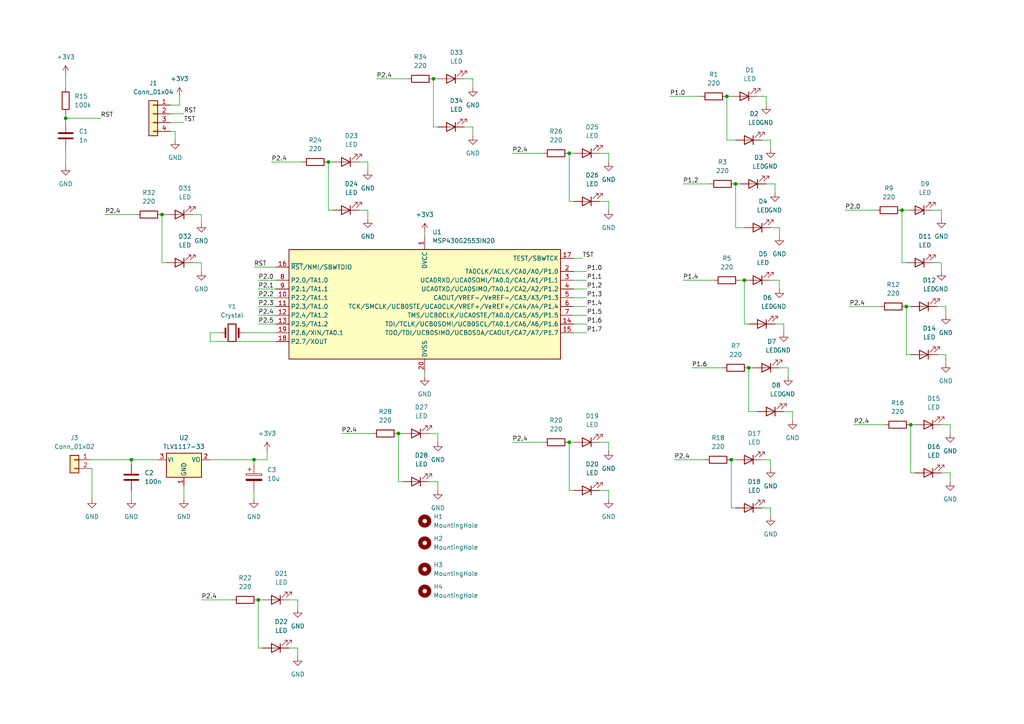
<source format=kicad_sch>
(kicad_sch (version 20230121) (generator eeschema)

  (uuid f3a92eeb-bb99-4c27-b82f-cbce0854a11e)

  (paper "A4")

  (title_block
    (title "Project Weichnachtslicht")
    (company "UPB FILS")
    (comment 1 "Rosca Alexandru")
  )

  (lib_symbols
    (symbol "Connector_Generic:Conn_01x02" (pin_names (offset 1.016) hide) (in_bom yes) (on_board yes)
      (property "Reference" "J" (at 0 2.54 0)
        (effects (font (size 1.27 1.27)))
      )
      (property "Value" "Conn_01x02" (at 0 -5.08 0)
        (effects (font (size 1.27 1.27)))
      )
      (property "Footprint" "" (at 0 0 0)
        (effects (font (size 1.27 1.27)) hide)
      )
      (property "Datasheet" "~" (at 0 0 0)
        (effects (font (size 1.27 1.27)) hide)
      )
      (property "ki_keywords" "connector" (at 0 0 0)
        (effects (font (size 1.27 1.27)) hide)
      )
      (property "ki_description" "Generic connector, single row, 01x02, script generated (kicad-library-utils/schlib/autogen/connector/)" (at 0 0 0)
        (effects (font (size 1.27 1.27)) hide)
      )
      (property "ki_fp_filters" "Connector*:*_1x??_*" (at 0 0 0)
        (effects (font (size 1.27 1.27)) hide)
      )
      (symbol "Conn_01x02_1_1"
        (rectangle (start -1.27 -2.413) (end 0 -2.667)
          (stroke (width 0.1524) (type default))
          (fill (type none))
        )
        (rectangle (start -1.27 0.127) (end 0 -0.127)
          (stroke (width 0.1524) (type default))
          (fill (type none))
        )
        (rectangle (start -1.27 1.27) (end 1.27 -3.81)
          (stroke (width 0.254) (type default))
          (fill (type background))
        )
        (pin passive line (at -5.08 0 0) (length 3.81)
          (name "Pin_1" (effects (font (size 1.27 1.27))))
          (number "1" (effects (font (size 1.27 1.27))))
        )
        (pin passive line (at -5.08 -2.54 0) (length 3.81)
          (name "Pin_2" (effects (font (size 1.27 1.27))))
          (number "2" (effects (font (size 1.27 1.27))))
        )
      )
    )
    (symbol "Connector_Generic:Conn_01x04" (pin_names (offset 1.016) hide) (in_bom yes) (on_board yes)
      (property "Reference" "J" (at 0 5.08 0)
        (effects (font (size 1.27 1.27)))
      )
      (property "Value" "Conn_01x04" (at 0 -7.62 0)
        (effects (font (size 1.27 1.27)))
      )
      (property "Footprint" "" (at 0 0 0)
        (effects (font (size 1.27 1.27)) hide)
      )
      (property "Datasheet" "~" (at 0 0 0)
        (effects (font (size 1.27 1.27)) hide)
      )
      (property "ki_keywords" "connector" (at 0 0 0)
        (effects (font (size 1.27 1.27)) hide)
      )
      (property "ki_description" "Generic connector, single row, 01x04, script generated (kicad-library-utils/schlib/autogen/connector/)" (at 0 0 0)
        (effects (font (size 1.27 1.27)) hide)
      )
      (property "ki_fp_filters" "Connector*:*_1x??_*" (at 0 0 0)
        (effects (font (size 1.27 1.27)) hide)
      )
      (symbol "Conn_01x04_1_1"
        (rectangle (start -1.27 -4.953) (end 0 -5.207)
          (stroke (width 0.1524) (type default))
          (fill (type none))
        )
        (rectangle (start -1.27 -2.413) (end 0 -2.667)
          (stroke (width 0.1524) (type default))
          (fill (type none))
        )
        (rectangle (start -1.27 0.127) (end 0 -0.127)
          (stroke (width 0.1524) (type default))
          (fill (type none))
        )
        (rectangle (start -1.27 2.667) (end 0 2.413)
          (stroke (width 0.1524) (type default))
          (fill (type none))
        )
        (rectangle (start -1.27 3.81) (end 1.27 -6.35)
          (stroke (width 0.254) (type default))
          (fill (type background))
        )
        (pin passive line (at -5.08 2.54 0) (length 3.81)
          (name "Pin_1" (effects (font (size 1.27 1.27))))
          (number "1" (effects (font (size 1.27 1.27))))
        )
        (pin passive line (at -5.08 0 0) (length 3.81)
          (name "Pin_2" (effects (font (size 1.27 1.27))))
          (number "2" (effects (font (size 1.27 1.27))))
        )
        (pin passive line (at -5.08 -2.54 0) (length 3.81)
          (name "Pin_3" (effects (font (size 1.27 1.27))))
          (number "3" (effects (font (size 1.27 1.27))))
        )
        (pin passive line (at -5.08 -5.08 0) (length 3.81)
          (name "Pin_4" (effects (font (size 1.27 1.27))))
          (number "4" (effects (font (size 1.27 1.27))))
        )
      )
    )
    (symbol "Device:C" (pin_numbers hide) (pin_names (offset 0.254)) (in_bom yes) (on_board yes)
      (property "Reference" "C" (at 0.635 2.54 0)
        (effects (font (size 1.27 1.27)) (justify left))
      )
      (property "Value" "C" (at 0.635 -2.54 0)
        (effects (font (size 1.27 1.27)) (justify left))
      )
      (property "Footprint" "" (at 0.9652 -3.81 0)
        (effects (font (size 1.27 1.27)) hide)
      )
      (property "Datasheet" "~" (at 0 0 0)
        (effects (font (size 1.27 1.27)) hide)
      )
      (property "ki_keywords" "cap capacitor" (at 0 0 0)
        (effects (font (size 1.27 1.27)) hide)
      )
      (property "ki_description" "Unpolarized capacitor" (at 0 0 0)
        (effects (font (size 1.27 1.27)) hide)
      )
      (property "ki_fp_filters" "C_*" (at 0 0 0)
        (effects (font (size 1.27 1.27)) hide)
      )
      (symbol "C_0_1"
        (polyline
          (pts
            (xy -2.032 -0.762)
            (xy 2.032 -0.762)
          )
          (stroke (width 0.508) (type default))
          (fill (type none))
        )
        (polyline
          (pts
            (xy -2.032 0.762)
            (xy 2.032 0.762)
          )
          (stroke (width 0.508) (type default))
          (fill (type none))
        )
      )
      (symbol "C_1_1"
        (pin passive line (at 0 3.81 270) (length 2.794)
          (name "~" (effects (font (size 1.27 1.27))))
          (number "1" (effects (font (size 1.27 1.27))))
        )
        (pin passive line (at 0 -3.81 90) (length 2.794)
          (name "~" (effects (font (size 1.27 1.27))))
          (number "2" (effects (font (size 1.27 1.27))))
        )
      )
    )
    (symbol "Device:C_Polarized" (pin_numbers hide) (pin_names (offset 0.254)) (in_bom yes) (on_board yes)
      (property "Reference" "C" (at 0.635 2.54 0)
        (effects (font (size 1.27 1.27)) (justify left))
      )
      (property "Value" "C_Polarized" (at 0.635 -2.54 0)
        (effects (font (size 1.27 1.27)) (justify left))
      )
      (property "Footprint" "" (at 0.9652 -3.81 0)
        (effects (font (size 1.27 1.27)) hide)
      )
      (property "Datasheet" "~" (at 0 0 0)
        (effects (font (size 1.27 1.27)) hide)
      )
      (property "ki_keywords" "cap capacitor" (at 0 0 0)
        (effects (font (size 1.27 1.27)) hide)
      )
      (property "ki_description" "Polarized capacitor" (at 0 0 0)
        (effects (font (size 1.27 1.27)) hide)
      )
      (property "ki_fp_filters" "CP_*" (at 0 0 0)
        (effects (font (size 1.27 1.27)) hide)
      )
      (symbol "C_Polarized_0_1"
        (rectangle (start -2.286 0.508) (end 2.286 1.016)
          (stroke (width 0) (type default))
          (fill (type none))
        )
        (polyline
          (pts
            (xy -1.778 2.286)
            (xy -0.762 2.286)
          )
          (stroke (width 0) (type default))
          (fill (type none))
        )
        (polyline
          (pts
            (xy -1.27 2.794)
            (xy -1.27 1.778)
          )
          (stroke (width 0) (type default))
          (fill (type none))
        )
        (rectangle (start 2.286 -0.508) (end -2.286 -1.016)
          (stroke (width 0) (type default))
          (fill (type outline))
        )
      )
      (symbol "C_Polarized_1_1"
        (pin passive line (at 0 3.81 270) (length 2.794)
          (name "~" (effects (font (size 1.27 1.27))))
          (number "1" (effects (font (size 1.27 1.27))))
        )
        (pin passive line (at 0 -3.81 90) (length 2.794)
          (name "~" (effects (font (size 1.27 1.27))))
          (number "2" (effects (font (size 1.27 1.27))))
        )
      )
    )
    (symbol "Device:Crystal" (pin_numbers hide) (pin_names (offset 1.016) hide) (in_bom yes) (on_board yes)
      (property "Reference" "Y" (at 0 3.81 0)
        (effects (font (size 1.27 1.27)))
      )
      (property "Value" "Crystal" (at 0 -3.81 0)
        (effects (font (size 1.27 1.27)))
      )
      (property "Footprint" "" (at 0 0 0)
        (effects (font (size 1.27 1.27)) hide)
      )
      (property "Datasheet" "~" (at 0 0 0)
        (effects (font (size 1.27 1.27)) hide)
      )
      (property "ki_keywords" "quartz ceramic resonator oscillator" (at 0 0 0)
        (effects (font (size 1.27 1.27)) hide)
      )
      (property "ki_description" "Two pin crystal" (at 0 0 0)
        (effects (font (size 1.27 1.27)) hide)
      )
      (property "ki_fp_filters" "Crystal*" (at 0 0 0)
        (effects (font (size 1.27 1.27)) hide)
      )
      (symbol "Crystal_0_1"
        (rectangle (start -1.143 2.54) (end 1.143 -2.54)
          (stroke (width 0.3048) (type default))
          (fill (type none))
        )
        (polyline
          (pts
            (xy -2.54 0)
            (xy -1.905 0)
          )
          (stroke (width 0) (type default))
          (fill (type none))
        )
        (polyline
          (pts
            (xy -1.905 -1.27)
            (xy -1.905 1.27)
          )
          (stroke (width 0.508) (type default))
          (fill (type none))
        )
        (polyline
          (pts
            (xy 1.905 -1.27)
            (xy 1.905 1.27)
          )
          (stroke (width 0.508) (type default))
          (fill (type none))
        )
        (polyline
          (pts
            (xy 2.54 0)
            (xy 1.905 0)
          )
          (stroke (width 0) (type default))
          (fill (type none))
        )
      )
      (symbol "Crystal_1_1"
        (pin passive line (at -3.81 0 0) (length 1.27)
          (name "1" (effects (font (size 1.27 1.27))))
          (number "1" (effects (font (size 1.27 1.27))))
        )
        (pin passive line (at 3.81 0 180) (length 1.27)
          (name "2" (effects (font (size 1.27 1.27))))
          (number "2" (effects (font (size 1.27 1.27))))
        )
      )
    )
    (symbol "Device:LED" (pin_numbers hide) (pin_names (offset 1.016) hide) (in_bom yes) (on_board yes)
      (property "Reference" "D" (at 0 2.54 0)
        (effects (font (size 1.27 1.27)))
      )
      (property "Value" "LED" (at 0 -2.54 0)
        (effects (font (size 1.27 1.27)))
      )
      (property "Footprint" "" (at 0 0 0)
        (effects (font (size 1.27 1.27)) hide)
      )
      (property "Datasheet" "~" (at 0 0 0)
        (effects (font (size 1.27 1.27)) hide)
      )
      (property "ki_keywords" "LED diode" (at 0 0 0)
        (effects (font (size 1.27 1.27)) hide)
      )
      (property "ki_description" "Light emitting diode" (at 0 0 0)
        (effects (font (size 1.27 1.27)) hide)
      )
      (property "ki_fp_filters" "LED* LED_SMD:* LED_THT:*" (at 0 0 0)
        (effects (font (size 1.27 1.27)) hide)
      )
      (symbol "LED_0_1"
        (polyline
          (pts
            (xy -1.27 -1.27)
            (xy -1.27 1.27)
          )
          (stroke (width 0.254) (type default))
          (fill (type none))
        )
        (polyline
          (pts
            (xy -1.27 0)
            (xy 1.27 0)
          )
          (stroke (width 0) (type default))
          (fill (type none))
        )
        (polyline
          (pts
            (xy 1.27 -1.27)
            (xy 1.27 1.27)
            (xy -1.27 0)
            (xy 1.27 -1.27)
          )
          (stroke (width 0.254) (type default))
          (fill (type none))
        )
        (polyline
          (pts
            (xy -3.048 -0.762)
            (xy -4.572 -2.286)
            (xy -3.81 -2.286)
            (xy -4.572 -2.286)
            (xy -4.572 -1.524)
          )
          (stroke (width 0) (type default))
          (fill (type none))
        )
        (polyline
          (pts
            (xy -1.778 -0.762)
            (xy -3.302 -2.286)
            (xy -2.54 -2.286)
            (xy -3.302 -2.286)
            (xy -3.302 -1.524)
          )
          (stroke (width 0) (type default))
          (fill (type none))
        )
      )
      (symbol "LED_1_1"
        (pin passive line (at -3.81 0 0) (length 2.54)
          (name "K" (effects (font (size 1.27 1.27))))
          (number "1" (effects (font (size 1.27 1.27))))
        )
        (pin passive line (at 3.81 0 180) (length 2.54)
          (name "A" (effects (font (size 1.27 1.27))))
          (number "2" (effects (font (size 1.27 1.27))))
        )
      )
    )
    (symbol "Device:R" (pin_numbers hide) (pin_names (offset 0)) (in_bom yes) (on_board yes)
      (property "Reference" "R" (at 2.032 0 90)
        (effects (font (size 1.27 1.27)))
      )
      (property "Value" "R" (at 0 0 90)
        (effects (font (size 1.27 1.27)))
      )
      (property "Footprint" "" (at -1.778 0 90)
        (effects (font (size 1.27 1.27)) hide)
      )
      (property "Datasheet" "~" (at 0 0 0)
        (effects (font (size 1.27 1.27)) hide)
      )
      (property "ki_keywords" "R res resistor" (at 0 0 0)
        (effects (font (size 1.27 1.27)) hide)
      )
      (property "ki_description" "Resistor" (at 0 0 0)
        (effects (font (size 1.27 1.27)) hide)
      )
      (property "ki_fp_filters" "R_*" (at 0 0 0)
        (effects (font (size 1.27 1.27)) hide)
      )
      (symbol "R_0_1"
        (rectangle (start -1.016 -2.54) (end 1.016 2.54)
          (stroke (width 0.254) (type default))
          (fill (type none))
        )
      )
      (symbol "R_1_1"
        (pin passive line (at 0 3.81 270) (length 1.27)
          (name "~" (effects (font (size 1.27 1.27))))
          (number "1" (effects (font (size 1.27 1.27))))
        )
        (pin passive line (at 0 -3.81 90) (length 1.27)
          (name "~" (effects (font (size 1.27 1.27))))
          (number "2" (effects (font (size 1.27 1.27))))
        )
      )
    )
    (symbol "MCU_Texas_MSP430:MSP430G2553IN20" (in_bom yes) (on_board yes)
      (property "Reference" "U" (at -38.1 17.78 0)
        (effects (font (size 1.27 1.27)))
      )
      (property "Value" "MSP430G2553IN20" (at 31.75 -16.51 0)
        (effects (font (size 1.27 1.27)))
      )
      (property "Footprint" "Package_DIP:DIP-20_W7.62mm" (at -36.83 -13.97 0)
        (effects (font (size 1.27 1.27) italic) hide)
      )
      (property "Datasheet" "http://www.ti.com/lit/ds/symlink/msp430g2553.pdf" (at -1.27 0 0)
        (effects (font (size 1.27 1.27)) hide)
      )
      (property "ki_keywords" "TI MSP430 16-bit mixed signal microcontroller" (at 0 0 0)
        (effects (font (size 1.27 1.27)) hide)
      )
      (property "ki_description" "16kB Flash, 512B RAM, DIP-20" (at 0 0 0)
        (effects (font (size 1.27 1.27)) hide)
      )
      (property "ki_fp_filters" "DIP*W7.62mm*" (at 0 0 0)
        (effects (font (size 1.27 1.27)) hide)
      )
      (symbol "MSP430G2553IN20_0_1"
        (rectangle (start -39.37 16.51) (end 39.37 -15.24)
          (stroke (width 0.254) (type default))
          (fill (type background))
        )
      )
      (symbol "MSP430G2553IN20_1_1"
        (pin power_in line (at 0 20.32 270) (length 3.81)
          (name "DVCC" (effects (font (size 1.27 1.27))))
          (number "1" (effects (font (size 1.27 1.27))))
        )
        (pin bidirectional line (at -43.18 2.54 0) (length 3.81)
          (name "P2.2/TA1.1" (effects (font (size 1.27 1.27))))
          (number "10" (effects (font (size 1.27 1.27))))
        )
        (pin bidirectional line (at -43.18 0 0) (length 3.81)
          (name "P2.3/TA1.0" (effects (font (size 1.27 1.27))))
          (number "11" (effects (font (size 1.27 1.27))))
        )
        (pin bidirectional line (at -43.18 -2.54 0) (length 3.81)
          (name "P2.4/TA1.2" (effects (font (size 1.27 1.27))))
          (number "12" (effects (font (size 1.27 1.27))))
        )
        (pin bidirectional line (at -43.18 -5.08 0) (length 3.81)
          (name "P2.5/TA1.2" (effects (font (size 1.27 1.27))))
          (number "13" (effects (font (size 1.27 1.27))))
        )
        (pin bidirectional line (at 43.18 -5.08 180) (length 3.81)
          (name "TDI/TCLK/UCB0SOMI/UCB0SCL/TA0.1/CA6/A6/P1.6" (effects (font (size 1.27 1.27))))
          (number "14" (effects (font (size 1.27 1.27))))
        )
        (pin bidirectional line (at 43.18 -7.62 180) (length 3.81)
          (name "TDO/TDI/UCB0SIMO/UCB0SDA/CAOUT/CA7/A7/P1.7" (effects (font (size 1.27 1.27))))
          (number "15" (effects (font (size 1.27 1.27))))
        )
        (pin input line (at -43.18 11.43 0) (length 3.81)
          (name "~{RST}/NMI/SBWTDIO" (effects (font (size 1.27 1.27))))
          (number "16" (effects (font (size 1.27 1.27))))
        )
        (pin input line (at 43.18 13.97 180) (length 3.81)
          (name "TEST/SBWTCK" (effects (font (size 1.27 1.27))))
          (number "17" (effects (font (size 1.27 1.27))))
        )
        (pin bidirectional line (at -43.18 -10.16 0) (length 3.81)
          (name "P2.7/XOUT" (effects (font (size 1.27 1.27))))
          (number "18" (effects (font (size 1.27 1.27))))
        )
        (pin bidirectional line (at -43.18 -7.62 0) (length 3.81)
          (name "P2.6/XIN/TA0.1" (effects (font (size 1.27 1.27))))
          (number "19" (effects (font (size 1.27 1.27))))
        )
        (pin bidirectional line (at 43.18 10.16 180) (length 3.81)
          (name "TA0CLK/ACLK/CA0/A0/P1.0" (effects (font (size 1.27 1.27))))
          (number "2" (effects (font (size 1.27 1.27))))
        )
        (pin power_in line (at 0 -19.05 90) (length 3.81)
          (name "DVSS" (effects (font (size 1.27 1.27))))
          (number "20" (effects (font (size 1.27 1.27))))
        )
        (pin bidirectional line (at 43.18 7.62 180) (length 3.81)
          (name "UCA0RXD/UCA0SOMI/TA0.0/CA1/A1/P1.1" (effects (font (size 1.27 1.27))))
          (number "3" (effects (font (size 1.27 1.27))))
        )
        (pin bidirectional line (at 43.18 5.08 180) (length 3.81)
          (name "UCA0TXD/UCA0SIMO/TA0.1/CA2/A2/P1.2" (effects (font (size 1.27 1.27))))
          (number "4" (effects (font (size 1.27 1.27))))
        )
        (pin bidirectional line (at 43.18 2.54 180) (length 3.81)
          (name "CAOUT/VREF-/VeREF-/CA3/A3/P1.3" (effects (font (size 1.27 1.27))))
          (number "5" (effects (font (size 1.27 1.27))))
        )
        (pin bidirectional line (at 43.18 0 180) (length 3.81)
          (name "TCK/SMCLK/UCB0STE/UCA0CLK/VREF+/VeREF+/CA4/A4/P1.4" (effects (font (size 1.27 1.27))))
          (number "6" (effects (font (size 1.27 1.27))))
        )
        (pin bidirectional line (at 43.18 -2.54 180) (length 3.81)
          (name "TMS/UCB0CLK/UCA0STE/TA0.0/CA5/A5/P1.5" (effects (font (size 1.27 1.27))))
          (number "7" (effects (font (size 1.27 1.27))))
        )
        (pin bidirectional line (at -43.18 7.62 0) (length 3.81)
          (name "P2.0/TA1.0" (effects (font (size 1.27 1.27))))
          (number "8" (effects (font (size 1.27 1.27))))
        )
        (pin bidirectional line (at -43.18 5.08 0) (length 3.81)
          (name "P2.1/TA1.1" (effects (font (size 1.27 1.27))))
          (number "9" (effects (font (size 1.27 1.27))))
        )
      )
    )
    (symbol "Mechanical:MountingHole" (pin_names (offset 1.016)) (in_bom yes) (on_board yes)
      (property "Reference" "H" (at 0 5.08 0)
        (effects (font (size 1.27 1.27)))
      )
      (property "Value" "MountingHole" (at 0 3.175 0)
        (effects (font (size 1.27 1.27)))
      )
      (property "Footprint" "" (at 0 0 0)
        (effects (font (size 1.27 1.27)) hide)
      )
      (property "Datasheet" "~" (at 0 0 0)
        (effects (font (size 1.27 1.27)) hide)
      )
      (property "ki_keywords" "mounting hole" (at 0 0 0)
        (effects (font (size 1.27 1.27)) hide)
      )
      (property "ki_description" "Mounting Hole without connection" (at 0 0 0)
        (effects (font (size 1.27 1.27)) hide)
      )
      (property "ki_fp_filters" "MountingHole*" (at 0 0 0)
        (effects (font (size 1.27 1.27)) hide)
      )
      (symbol "MountingHole_0_1"
        (circle (center 0 0) (radius 1.27)
          (stroke (width 1.27) (type default))
          (fill (type none))
        )
      )
    )
    (symbol "Regulator_Linear:TLV1117-33" (pin_names (offset 0.254)) (in_bom yes) (on_board yes)
      (property "Reference" "U" (at -3.81 3.175 0)
        (effects (font (size 1.27 1.27)))
      )
      (property "Value" "TLV1117-33" (at 0 3.175 0)
        (effects (font (size 1.27 1.27)) (justify left))
      )
      (property "Footprint" "" (at 0 0 0)
        (effects (font (size 1.27 1.27)) hide)
      )
      (property "Datasheet" "http://www.ti.com/lit/ds/symlink/tlv1117.pdf" (at 0 0 0)
        (effects (font (size 1.27 1.27)) hide)
      )
      (property "ki_keywords" "linear regulator ldo fixed positive" (at 0 0 0)
        (effects (font (size 1.27 1.27)) hide)
      )
      (property "ki_description" "800mA Low-Dropout Linear Regulator, 3.3V fixed output, TO-220/TO-252/TO-263/SOT-223" (at 0 0 0)
        (effects (font (size 1.27 1.27)) hide)
      )
      (property "ki_fp_filters" "SOT?223* TO?263* TO?252* TO?220*" (at 0 0 0)
        (effects (font (size 1.27 1.27)) hide)
      )
      (symbol "TLV1117-33_0_1"
        (rectangle (start -5.08 -5.08) (end 5.08 1.905)
          (stroke (width 0.254) (type default))
          (fill (type background))
        )
      )
      (symbol "TLV1117-33_1_1"
        (pin power_in line (at 0 -7.62 90) (length 2.54)
          (name "GND" (effects (font (size 1.27 1.27))))
          (number "1" (effects (font (size 1.27 1.27))))
        )
        (pin power_out line (at 7.62 0 180) (length 2.54)
          (name "VO" (effects (font (size 1.27 1.27))))
          (number "2" (effects (font (size 1.27 1.27))))
        )
        (pin power_in line (at -7.62 0 0) (length 2.54)
          (name "VI" (effects (font (size 1.27 1.27))))
          (number "3" (effects (font (size 1.27 1.27))))
        )
      )
    )
    (symbol "power:+3V3" (power) (pin_names (offset 0)) (in_bom yes) (on_board yes)
      (property "Reference" "#PWR" (at 0 -3.81 0)
        (effects (font (size 1.27 1.27)) hide)
      )
      (property "Value" "+3V3" (at 0 3.556 0)
        (effects (font (size 1.27 1.27)))
      )
      (property "Footprint" "" (at 0 0 0)
        (effects (font (size 1.27 1.27)) hide)
      )
      (property "Datasheet" "" (at 0 0 0)
        (effects (font (size 1.27 1.27)) hide)
      )
      (property "ki_keywords" "global power" (at 0 0 0)
        (effects (font (size 1.27 1.27)) hide)
      )
      (property "ki_description" "Power symbol creates a global label with name \"+3V3\"" (at 0 0 0)
        (effects (font (size 1.27 1.27)) hide)
      )
      (symbol "+3V3_0_1"
        (polyline
          (pts
            (xy -0.762 1.27)
            (xy 0 2.54)
          )
          (stroke (width 0) (type default))
          (fill (type none))
        )
        (polyline
          (pts
            (xy 0 0)
            (xy 0 2.54)
          )
          (stroke (width 0) (type default))
          (fill (type none))
        )
        (polyline
          (pts
            (xy 0 2.54)
            (xy 0.762 1.27)
          )
          (stroke (width 0) (type default))
          (fill (type none))
        )
      )
      (symbol "+3V3_1_1"
        (pin power_in line (at 0 0 90) (length 0) hide
          (name "+3V3" (effects (font (size 1.27 1.27))))
          (number "1" (effects (font (size 1.27 1.27))))
        )
      )
    )
    (symbol "power:GND" (power) (pin_names (offset 0)) (in_bom yes) (on_board yes)
      (property "Reference" "#PWR" (at 0 -6.35 0)
        (effects (font (size 1.27 1.27)) hide)
      )
      (property "Value" "GND" (at 0 -3.81 0)
        (effects (font (size 1.27 1.27)))
      )
      (property "Footprint" "" (at 0 0 0)
        (effects (font (size 1.27 1.27)) hide)
      )
      (property "Datasheet" "" (at 0 0 0)
        (effects (font (size 1.27 1.27)) hide)
      )
      (property "ki_keywords" "global power" (at 0 0 0)
        (effects (font (size 1.27 1.27)) hide)
      )
      (property "ki_description" "Power symbol creates a global label with name \"GND\" , ground" (at 0 0 0)
        (effects (font (size 1.27 1.27)) hide)
      )
      (symbol "GND_0_1"
        (polyline
          (pts
            (xy 0 0)
            (xy 0 -1.27)
            (xy 1.27 -1.27)
            (xy 0 -2.54)
            (xy -1.27 -1.27)
            (xy 0 -1.27)
          )
          (stroke (width 0) (type default))
          (fill (type none))
        )
      )
      (symbol "GND_1_1"
        (pin power_in line (at 0 0 270) (length 0) hide
          (name "GND" (effects (font (size 1.27 1.27))))
          (number "1" (effects (font (size 1.27 1.27))))
        )
      )
    )
  )

  (junction (at 213.36 53.34) (diameter 0) (color 0 0 0 0)
    (uuid 023527d4-184d-4a69-bed3-aa0145508c64)
  )
  (junction (at 264.16 123.19) (diameter 0) (color 0 0 0 0)
    (uuid 0fbf0bab-9431-41b6-9de1-892ba0a9aa8b)
  )
  (junction (at 73.66 133.35) (diameter 0) (color 0 0 0 0)
    (uuid 1921ab03-1564-4584-aa05-1e3d615ecdb4)
  )
  (junction (at 215.9 81.28) (diameter 0) (color 0 0 0 0)
    (uuid 315a59cb-6d14-4b23-a39f-0bc084eb41df)
  )
  (junction (at 261.62 60.96) (diameter 0) (color 0 0 0 0)
    (uuid 32116622-15a5-400b-9170-d7c69ba09a43)
  )
  (junction (at 95.25 46.99) (diameter 0) (color 0 0 0 0)
    (uuid 34a78a2e-a6cc-40f7-ab95-f6278724417c)
  )
  (junction (at 115.57 125.73) (diameter 0) (color 0 0 0 0)
    (uuid 3bb6a04b-f9f7-470c-a879-df0b87157904)
  )
  (junction (at 217.17 106.68) (diameter 0) (color 0 0 0 0)
    (uuid 5a7b0680-1770-4d20-9252-844fa492a09e)
  )
  (junction (at 212.09 133.35) (diameter 0) (color 0 0 0 0)
    (uuid 8606d3e0-202d-4543-86f2-24a0eae99254)
  )
  (junction (at 74.93 173.99) (diameter 0) (color 0 0 0 0)
    (uuid 87dfffdf-7a7c-49c4-a7c5-8fa89b1b986d)
  )
  (junction (at 165.1 128.27) (diameter 0) (color 0 0 0 0)
    (uuid 8eac7562-969c-49a1-9d3c-6bf42bcd4b13)
  )
  (junction (at 165.1 44.45) (diameter 0) (color 0 0 0 0)
    (uuid 8fd7d0d7-9db8-4e2b-8eb6-d6967f272c11)
  )
  (junction (at 125.73 22.86) (diameter 0) (color 0 0 0 0)
    (uuid 9f13b1c4-ad5f-4397-ade7-010bb3764c65)
  )
  (junction (at 19.05 34.29) (diameter 0) (color 0 0 0 0)
    (uuid a1e17b14-41f5-47e7-b6d5-824af8d00b83)
  )
  (junction (at 46.99 62.23) (diameter 0) (color 0 0 0 0)
    (uuid acb9a60f-0971-4820-bc49-e96a85f6c897)
  )
  (junction (at 262.89 88.9) (diameter 0) (color 0 0 0 0)
    (uuid bf24ce24-d837-4035-b3e2-bc082b5c911b)
  )
  (junction (at 38.1 133.35) (diameter 0) (color 0 0 0 0)
    (uuid c6133c5d-b0e9-460a-98f8-dda268cbe206)
  )
  (junction (at 210.82 27.94) (diameter 0) (color 0 0 0 0)
    (uuid f25029b9-cb48-4018-885d-34f4572aa9c1)
  )

  (wire (pts (xy 264.16 123.19) (xy 265.43 123.19))
    (stroke (width 0) (type default))
    (uuid 0073e6f3-2c21-4913-a79d-cd0359857407)
  )
  (wire (pts (xy 46.99 76.2) (xy 48.26 76.2))
    (stroke (width 0) (type default))
    (uuid 01246c18-643c-47ae-b92c-ac31cf402966)
  )
  (wire (pts (xy 262.89 102.87) (xy 264.16 102.87))
    (stroke (width 0) (type default))
    (uuid 0177b5d2-20d9-408f-bc7c-9ae914c59e37)
  )
  (wire (pts (xy 215.9 81.28) (xy 215.9 93.98))
    (stroke (width 0) (type default))
    (uuid 04bbba95-3670-40c3-8212-1cbb04976be7)
  )
  (wire (pts (xy 74.93 83.82) (xy 80.01 83.82))
    (stroke (width 0) (type default))
    (uuid 069a2bb7-11c9-40b7-b8ff-19b2f24a75fb)
  )
  (wire (pts (xy 165.1 44.45) (xy 166.37 44.45))
    (stroke (width 0) (type default))
    (uuid 08faf2b1-b9e9-48bb-b80f-08d943534354)
  )
  (wire (pts (xy 166.37 91.44) (xy 170.18 91.44))
    (stroke (width 0) (type default))
    (uuid 0935af9e-d7ef-4062-b532-814ed791c6e2)
  )
  (wire (pts (xy 226.06 68.58) (xy 226.06 66.04))
    (stroke (width 0) (type default))
    (uuid 0a232dc7-bef8-4f93-805f-cc48cfc93018)
  )
  (wire (pts (xy 38.1 133.35) (xy 45.72 133.35))
    (stroke (width 0) (type default))
    (uuid 0b94d0c9-4b21-468a-8726-84ca2c7a2d55)
  )
  (wire (pts (xy 210.82 27.94) (xy 212.09 27.94))
    (stroke (width 0) (type default))
    (uuid 0c59ebbb-105d-4282-bbe0-afc4562c4480)
  )
  (wire (pts (xy 214.63 81.28) (xy 215.9 81.28))
    (stroke (width 0) (type default))
    (uuid 0c9eeeeb-2fac-47fa-8438-0110fe502d14)
  )
  (wire (pts (xy 165.1 128.27) (xy 165.1 142.24))
    (stroke (width 0) (type default))
    (uuid 0d7b089d-797d-4ae5-9373-9b6a78b59ed3)
  )
  (wire (pts (xy 80.01 99.06) (xy 60.96 99.06))
    (stroke (width 0) (type default))
    (uuid 0db0e75d-8aa9-41e4-9e2e-9eb646d46997)
  )
  (wire (pts (xy 73.66 134.62) (xy 73.66 133.35))
    (stroke (width 0) (type default))
    (uuid 0dcd2071-7d01-4411-801b-4e9c5ee413c4)
  )
  (wire (pts (xy 210.82 27.94) (xy 210.82 40.64))
    (stroke (width 0) (type default))
    (uuid 0f9e7f0c-21e3-4462-836b-a4aa5555eb51)
  )
  (wire (pts (xy 198.12 53.34) (xy 205.74 53.34))
    (stroke (width 0) (type default))
    (uuid 11d2ffcd-611e-4a20-8347-8bf9df777927)
  )
  (wire (pts (xy 173.99 58.42) (xy 176.53 58.42))
    (stroke (width 0) (type default))
    (uuid 14c7da22-b260-4f12-8ca4-c673fca668eb)
  )
  (wire (pts (xy 83.82 173.99) (xy 86.36 173.99))
    (stroke (width 0) (type default))
    (uuid 15ecbae3-552b-4fe3-9203-687895efca78)
  )
  (wire (pts (xy 58.42 64.77) (xy 58.42 62.23))
    (stroke (width 0) (type default))
    (uuid 195f0b44-75fd-42f2-a92b-25ef2e516832)
  )
  (wire (pts (xy 73.66 142.24) (xy 73.66 144.78))
    (stroke (width 0) (type default))
    (uuid 1afc49ed-21aa-43e5-8ca3-6c01997353c7)
  )
  (wire (pts (xy 165.1 128.27) (xy 166.37 128.27))
    (stroke (width 0) (type default))
    (uuid 1c1f92da-cc30-4d87-a25e-ad897c851c56)
  )
  (wire (pts (xy 224.79 55.88) (xy 224.79 53.34))
    (stroke (width 0) (type default))
    (uuid 1d73ebfa-ed3b-41a1-bf76-94da12a98554)
  )
  (wire (pts (xy 210.82 40.64) (xy 213.36 40.64))
    (stroke (width 0) (type default))
    (uuid 1d91fbbd-31cf-405f-b33e-b5ca6e83213c)
  )
  (wire (pts (xy 166.37 81.28) (xy 170.18 81.28))
    (stroke (width 0) (type default))
    (uuid 1e7cfbbe-ed32-4f72-85fb-99e853cc881c)
  )
  (wire (pts (xy 78.74 46.99) (xy 87.63 46.99))
    (stroke (width 0) (type default))
    (uuid 21d6f5ba-126d-4e58-a3c4-83791547fda9)
  )
  (wire (pts (xy 200.66 106.68) (xy 209.55 106.68))
    (stroke (width 0) (type default))
    (uuid 23b8a8e7-7577-4877-9898-61209900a4ed)
  )
  (wire (pts (xy 19.05 34.29) (xy 29.21 34.29))
    (stroke (width 0) (type default))
    (uuid 24478f31-ae57-4d73-82f8-fdeb6044a57e)
  )
  (wire (pts (xy 176.53 46.99) (xy 176.53 44.45))
    (stroke (width 0) (type default))
    (uuid 247764ae-1abf-480e-9231-e070e1a60c99)
  )
  (wire (pts (xy 264.16 137.16) (xy 265.43 137.16))
    (stroke (width 0) (type default))
    (uuid 25011215-6b3f-4541-8733-292405f39adc)
  )
  (wire (pts (xy 220.98 147.32) (xy 223.52 147.32))
    (stroke (width 0) (type default))
    (uuid 2609ef5e-82d5-44a9-abca-ac7cc8c5a4e1)
  )
  (wire (pts (xy 275.59 139.7) (xy 275.59 137.16))
    (stroke (width 0) (type default))
    (uuid 2655fe43-ec5a-409e-ae6e-9ae369d94bb5)
  )
  (wire (pts (xy 223.52 81.28) (xy 226.06 81.28))
    (stroke (width 0) (type default))
    (uuid 26805fee-aef3-4b40-8f31-ee67f3fe870a)
  )
  (wire (pts (xy 198.12 81.28) (xy 207.01 81.28))
    (stroke (width 0) (type default))
    (uuid 2680c8a5-43eb-48f9-9b6f-3ff48f66da8a)
  )
  (wire (pts (xy 173.99 128.27) (xy 176.53 128.27))
    (stroke (width 0) (type default))
    (uuid 281efbe0-6703-4045-b767-b1fa87e4b3f2)
  )
  (wire (pts (xy 125.73 22.86) (xy 125.73 36.83))
    (stroke (width 0) (type default))
    (uuid 2ae869cf-a86b-49e6-a941-d04da900c7b3)
  )
  (wire (pts (xy 137.16 39.37) (xy 137.16 36.83))
    (stroke (width 0) (type default))
    (uuid 2b1d4520-e9b0-4b7d-a622-a75ad3ab7cc8)
  )
  (wire (pts (xy 71.12 96.52) (xy 80.01 96.52))
    (stroke (width 0) (type default))
    (uuid 2b214192-4ae6-4451-bb46-5815bb78fe70)
  )
  (wire (pts (xy 95.25 60.96) (xy 96.52 60.96))
    (stroke (width 0) (type default))
    (uuid 2e355047-7e4d-4507-8d08-a8d66e20487b)
  )
  (wire (pts (xy 274.32 91.44) (xy 274.32 88.9))
    (stroke (width 0) (type default))
    (uuid 2ebf93b1-1f11-44d7-9d84-d047048d5ee0)
  )
  (wire (pts (xy 46.99 62.23) (xy 48.26 62.23))
    (stroke (width 0) (type default))
    (uuid 2fbb2984-5228-41ca-aa4c-d61777238b07)
  )
  (wire (pts (xy 127 128.27) (xy 127 125.73))
    (stroke (width 0) (type default))
    (uuid 3049bf30-9c27-459c-b88a-fe634ebaa23a)
  )
  (wire (pts (xy 212.09 133.35) (xy 212.09 147.32))
    (stroke (width 0) (type default))
    (uuid 316a72a8-528e-42c2-9977-ad6efb727001)
  )
  (wire (pts (xy 247.65 123.19) (xy 256.54 123.19))
    (stroke (width 0) (type default))
    (uuid 324673aa-89bd-46f0-b9b5-4c645f7e0f44)
  )
  (wire (pts (xy 19.05 21.59) (xy 19.05 25.4))
    (stroke (width 0) (type default))
    (uuid 33b71948-331f-42cf-8f22-32cf7a4f5fb0)
  )
  (wire (pts (xy 217.17 119.38) (xy 219.71 119.38))
    (stroke (width 0) (type default))
    (uuid 372d9646-5d40-4a57-a823-418bbaed6722)
  )
  (wire (pts (xy 19.05 43.18) (xy 19.05 48.26))
    (stroke (width 0) (type default))
    (uuid 37cfbb59-a2a2-43af-96a6-41f3d03508d9)
  )
  (wire (pts (xy 222.25 30.48) (xy 222.25 27.94))
    (stroke (width 0) (type default))
    (uuid 3865f783-d01c-4c37-b816-df325d1383d6)
  )
  (wire (pts (xy 127 142.24) (xy 127 139.7))
    (stroke (width 0) (type default))
    (uuid 38c988fc-2a97-4763-8bd4-60eda717da62)
  )
  (wire (pts (xy 77.47 130.81) (xy 77.47 133.35))
    (stroke (width 0) (type default))
    (uuid 3a590f70-23f8-4326-827a-82711b1e5fa0)
  )
  (wire (pts (xy 86.36 176.53) (xy 86.36 173.99))
    (stroke (width 0) (type default))
    (uuid 3abb2d76-f2eb-4a10-b748-022e7e722522)
  )
  (wire (pts (xy 270.51 76.2) (xy 273.05 76.2))
    (stroke (width 0) (type default))
    (uuid 3b04ec9b-842e-4f47-89ee-ccdafc6f1620)
  )
  (wire (pts (xy 49.53 30.48) (xy 52.07 30.48))
    (stroke (width 0) (type default))
    (uuid 3caa33ff-09ae-4200-b53d-d1ed59cc618c)
  )
  (wire (pts (xy 134.62 22.86) (xy 137.16 22.86))
    (stroke (width 0) (type default))
    (uuid 3e2e72fa-bc8c-4f91-b078-f0564b73a21e)
  )
  (wire (pts (xy 213.36 66.04) (xy 215.9 66.04))
    (stroke (width 0) (type default))
    (uuid 45761657-8a8f-4763-b782-6106b0c54eff)
  )
  (wire (pts (xy 38.1 142.24) (xy 38.1 144.78))
    (stroke (width 0) (type default))
    (uuid 4a7c37e3-e15a-45d1-a300-66128905e37a)
  )
  (wire (pts (xy 173.99 142.24) (xy 176.53 142.24))
    (stroke (width 0) (type default))
    (uuid 4bdbc5de-b209-49cf-af84-dba44ce6a5b3)
  )
  (wire (pts (xy 195.58 133.35) (xy 204.47 133.35))
    (stroke (width 0) (type default))
    (uuid 4d544e6c-204c-48ca-b2d4-f7a9aefc0289)
  )
  (wire (pts (xy 223.52 66.04) (xy 226.06 66.04))
    (stroke (width 0) (type default))
    (uuid 4df3b7fd-8c27-4c45-b380-ed7bc3922b81)
  )
  (wire (pts (xy 19.05 34.29) (xy 19.05 35.56))
    (stroke (width 0) (type default))
    (uuid 5541907e-5c8a-4b9f-8e7c-8d58a5ed9d54)
  )
  (wire (pts (xy 229.87 121.92) (xy 229.87 119.38))
    (stroke (width 0) (type default))
    (uuid 55cb81b3-a787-4463-96d8-52d08bbdf071)
  )
  (wire (pts (xy 19.05 33.02) (xy 19.05 34.29))
    (stroke (width 0) (type default))
    (uuid 594d399d-398b-40f9-8de9-2e4fe8bb44a1)
  )
  (wire (pts (xy 274.32 105.41) (xy 274.32 102.87))
    (stroke (width 0) (type default))
    (uuid 59e050c5-755d-4ab4-b331-cac2452da28f)
  )
  (wire (pts (xy 49.53 38.1) (xy 50.8 38.1))
    (stroke (width 0) (type default))
    (uuid 5b9fa6bd-b4f1-45ee-905c-bb34363cf48a)
  )
  (wire (pts (xy 55.88 76.2) (xy 58.42 76.2))
    (stroke (width 0) (type default))
    (uuid 5e29fcfa-edb7-4fda-9e57-11d782851a8e)
  )
  (wire (pts (xy 226.06 83.82) (xy 226.06 81.28))
    (stroke (width 0) (type default))
    (uuid 5ec4633b-493c-4e24-8a2c-0063c58f44a6)
  )
  (wire (pts (xy 104.14 46.99) (xy 106.68 46.99))
    (stroke (width 0) (type default))
    (uuid 60cba41d-209f-4e72-91dd-7a6473bebb41)
  )
  (wire (pts (xy 125.73 36.83) (xy 127 36.83))
    (stroke (width 0) (type default))
    (uuid 633fe6de-8bf5-453e-8078-14c038142c1a)
  )
  (wire (pts (xy 95.25 46.99) (xy 95.25 60.96))
    (stroke (width 0) (type default))
    (uuid 6606c2c4-a26e-40f2-a2d9-ac4c534e4b0a)
  )
  (wire (pts (xy 49.53 35.56) (xy 53.34 35.56))
    (stroke (width 0) (type default))
    (uuid 666af7a0-e54c-4f37-8c35-8c914ebb21cd)
  )
  (wire (pts (xy 217.17 106.68) (xy 217.17 119.38))
    (stroke (width 0) (type default))
    (uuid 680bc362-8013-4381-945c-abb024a836ab)
  )
  (wire (pts (xy 261.62 76.2) (xy 262.89 76.2))
    (stroke (width 0) (type default))
    (uuid 68912f97-44fd-4937-b9bf-048072b357dc)
  )
  (wire (pts (xy 220.98 133.35) (xy 223.52 133.35))
    (stroke (width 0) (type default))
    (uuid 6ae45154-bc62-42ed-91cc-3595f585f906)
  )
  (wire (pts (xy 53.34 140.97) (xy 53.34 144.78))
    (stroke (width 0) (type default))
    (uuid 6c681924-c30c-4843-bcb2-cdc87665df84)
  )
  (wire (pts (xy 74.93 173.99) (xy 74.93 187.96))
    (stroke (width 0) (type default))
    (uuid 6c6833d4-24ae-4a90-b7d5-74e7caf15301)
  )
  (wire (pts (xy 165.1 142.24) (xy 166.37 142.24))
    (stroke (width 0) (type default))
    (uuid 6d56d0d6-d0a5-4495-9dd5-4e91150613de)
  )
  (wire (pts (xy 60.96 99.06) (xy 60.96 96.52))
    (stroke (width 0) (type default))
    (uuid 71c512f3-55f1-4b3a-8b7c-05ce6a49462e)
  )
  (wire (pts (xy 165.1 44.45) (xy 165.1 58.42))
    (stroke (width 0) (type default))
    (uuid 71e28a88-47f5-4c71-bde3-e41c34bfe735)
  )
  (wire (pts (xy 60.96 96.52) (xy 63.5 96.52))
    (stroke (width 0) (type default))
    (uuid 728a09ea-cbe0-473d-995c-e69f2c9bfb14)
  )
  (wire (pts (xy 52.07 30.48) (xy 52.07 27.94))
    (stroke (width 0) (type default))
    (uuid 73a12879-a273-4c40-94aa-98190ebf3a50)
  )
  (wire (pts (xy 74.93 187.96) (xy 76.2 187.96))
    (stroke (width 0) (type default))
    (uuid 7463c8b3-cefc-4661-8523-8add7c72b6df)
  )
  (wire (pts (xy 273.05 137.16) (xy 275.59 137.16))
    (stroke (width 0) (type default))
    (uuid 74d9617e-fe0b-455a-9eee-026fb831d667)
  )
  (wire (pts (xy 55.88 62.23) (xy 58.42 62.23))
    (stroke (width 0) (type default))
    (uuid 779ae570-db15-430a-80c2-e028a3b3956a)
  )
  (wire (pts (xy 261.62 60.96) (xy 261.62 76.2))
    (stroke (width 0) (type default))
    (uuid 77a0f05c-5cd4-487c-9d14-ff50ab99818f)
  )
  (wire (pts (xy 115.57 125.73) (xy 116.84 125.73))
    (stroke (width 0) (type default))
    (uuid 7c4c7dab-218c-4159-9c07-08e9398ed8d3)
  )
  (wire (pts (xy 220.98 40.64) (xy 223.52 40.64))
    (stroke (width 0) (type default))
    (uuid 7e3ebce3-b46e-4d9a-9569-c47367ca4540)
  )
  (wire (pts (xy 173.99 44.45) (xy 176.53 44.45))
    (stroke (width 0) (type default))
    (uuid 83fdda05-cd34-4c25-a73b-6c5100a135e7)
  )
  (wire (pts (xy 275.59 125.73) (xy 275.59 123.19))
    (stroke (width 0) (type default))
    (uuid 844195b8-aa33-4da8-94d6-f6203796d27b)
  )
  (wire (pts (xy 166.37 96.52) (xy 170.18 96.52))
    (stroke (width 0) (type default))
    (uuid 85d28698-77a4-4d93-b339-db16c0055e97)
  )
  (wire (pts (xy 124.46 125.73) (xy 127 125.73))
    (stroke (width 0) (type default))
    (uuid 888c75c2-6fe6-442c-a2f8-9bc74317bbce)
  )
  (wire (pts (xy 74.93 91.44) (xy 80.01 91.44))
    (stroke (width 0) (type default))
    (uuid 8f09e8f0-ddeb-4e1c-a6b5-5094603ae427)
  )
  (wire (pts (xy 166.37 83.82) (xy 170.18 83.82))
    (stroke (width 0) (type default))
    (uuid 90bf1645-7bbb-4f9b-a7b1-a81e2096efd3)
  )
  (wire (pts (xy 38.1 134.62) (xy 38.1 133.35))
    (stroke (width 0) (type default))
    (uuid 91c16e29-7635-42d6-8427-122e4672cc05)
  )
  (wire (pts (xy 213.36 53.34) (xy 213.36 66.04))
    (stroke (width 0) (type default))
    (uuid 91c1ca8d-cdd6-4c55-abf0-0f8a39d9a6ba)
  )
  (wire (pts (xy 273.05 78.74) (xy 273.05 76.2))
    (stroke (width 0) (type default))
    (uuid 91deb726-8e3d-4577-ac0c-f9ecc8883fde)
  )
  (wire (pts (xy 95.25 46.99) (xy 96.52 46.99))
    (stroke (width 0) (type default))
    (uuid 93ae8a41-6724-4adb-83ea-52dcf905a68e)
  )
  (wire (pts (xy 273.05 63.5) (xy 273.05 60.96))
    (stroke (width 0) (type default))
    (uuid 957bdb79-e5e6-4205-bfef-16744fa7a502)
  )
  (wire (pts (xy 148.59 44.45) (xy 157.48 44.45))
    (stroke (width 0) (type default))
    (uuid 97e51aa1-5614-4cb6-8080-d5c9c520c77d)
  )
  (wire (pts (xy 194.31 27.94) (xy 203.2 27.94))
    (stroke (width 0) (type default))
    (uuid 99a00181-73a1-4b5b-89a6-0ea7f25a80b9)
  )
  (wire (pts (xy 246.38 88.9) (xy 255.27 88.9))
    (stroke (width 0) (type default))
    (uuid 9a24c36d-a1ab-4925-be4f-f695ac100239)
  )
  (wire (pts (xy 26.67 133.35) (xy 38.1 133.35))
    (stroke (width 0) (type default))
    (uuid 9b4e4d87-e131-4c02-9d3b-6e911289dc9e)
  )
  (wire (pts (xy 166.37 74.93) (xy 168.91 74.93))
    (stroke (width 0) (type default))
    (uuid 9d733d01-8511-4a8a-921b-a9ce3445d60b)
  )
  (wire (pts (xy 83.82 187.96) (xy 86.36 187.96))
    (stroke (width 0) (type default))
    (uuid a003ca48-5e8a-4534-af42-e4115d22d611)
  )
  (wire (pts (xy 262.89 88.9) (xy 264.16 88.9))
    (stroke (width 0) (type default))
    (uuid a05ed439-75a2-4e83-8a99-9ffbc441b51d)
  )
  (wire (pts (xy 212.09 133.35) (xy 213.36 133.35))
    (stroke (width 0) (type default))
    (uuid a9b0a101-da11-4ea6-bc61-58f6c9d51972)
  )
  (wire (pts (xy 86.36 190.5) (xy 86.36 187.96))
    (stroke (width 0) (type default))
    (uuid abf29d4f-05cf-4dc7-9e6c-2f57122a8f9f)
  )
  (wire (pts (xy 134.62 36.83) (xy 137.16 36.83))
    (stroke (width 0) (type default))
    (uuid aea08307-f55d-4e71-b2ae-7bfd7c755059)
  )
  (wire (pts (xy 124.46 139.7) (xy 127 139.7))
    (stroke (width 0) (type default))
    (uuid afa90c14-ac91-47ec-ba5e-cd2f81333ba6)
  )
  (wire (pts (xy 262.89 88.9) (xy 262.89 102.87))
    (stroke (width 0) (type default))
    (uuid b0df717e-1157-43f8-950c-1ac4c6819fbd)
  )
  (wire (pts (xy 176.53 60.96) (xy 176.53 58.42))
    (stroke (width 0) (type default))
    (uuid b102dd33-2f81-47ac-9df3-2adbe1c67f20)
  )
  (wire (pts (xy 245.11 60.96) (xy 254 60.96))
    (stroke (width 0) (type default))
    (uuid b113bcee-632c-4d0c-92eb-2e5162fb49cd)
  )
  (wire (pts (xy 227.33 119.38) (xy 229.87 119.38))
    (stroke (width 0) (type default))
    (uuid b13d0224-c925-40fc-834f-2204557e650e)
  )
  (wire (pts (xy 223.52 43.18) (xy 223.52 40.64))
    (stroke (width 0) (type default))
    (uuid b255b07a-df25-454d-9d30-a15125ef1e76)
  )
  (wire (pts (xy 74.93 81.28) (xy 80.01 81.28))
    (stroke (width 0) (type default))
    (uuid b8a3991f-0a8d-4673-8650-543402d4ed56)
  )
  (wire (pts (xy 224.79 93.98) (xy 227.33 93.98))
    (stroke (width 0) (type default))
    (uuid ba6e6d46-9f75-48a1-9fba-754843472c74)
  )
  (wire (pts (xy 228.6 109.22) (xy 228.6 106.68))
    (stroke (width 0) (type default))
    (uuid bbca6b5b-4458-44cf-8cc7-a037aa13211c)
  )
  (wire (pts (xy 226.06 106.68) (xy 228.6 106.68))
    (stroke (width 0) (type default))
    (uuid bfdf7958-faea-42f8-bb60-76c07f9ab91b)
  )
  (wire (pts (xy 106.68 63.5) (xy 106.68 60.96))
    (stroke (width 0) (type default))
    (uuid c41a2b54-d2d1-431c-9b2e-3ae5b42acb49)
  )
  (wire (pts (xy 74.93 88.9) (xy 80.01 88.9))
    (stroke (width 0) (type default))
    (uuid c533dab3-94af-4f4e-8545-a79c5c2f021e)
  )
  (wire (pts (xy 217.17 106.68) (xy 218.44 106.68))
    (stroke (width 0) (type default))
    (uuid c6967d96-c1df-4df2-b98a-491356e90efe)
  )
  (wire (pts (xy 74.93 93.98) (xy 80.01 93.98))
    (stroke (width 0) (type default))
    (uuid c77b93f0-bd6d-4fd5-89d3-a511b1cfe03f)
  )
  (wire (pts (xy 166.37 78.74) (xy 170.18 78.74))
    (stroke (width 0) (type default))
    (uuid c8109efa-d591-478d-a914-c0579663c5a1)
  )
  (wire (pts (xy 270.51 60.96) (xy 273.05 60.96))
    (stroke (width 0) (type default))
    (uuid c85fb10a-2295-4812-a903-1e3be124282c)
  )
  (wire (pts (xy 30.48 62.23) (xy 39.37 62.23))
    (stroke (width 0) (type default))
    (uuid c9234fc8-2b14-42fb-982f-e301271f9dad)
  )
  (wire (pts (xy 74.93 86.36) (xy 80.01 86.36))
    (stroke (width 0) (type default))
    (uuid cb648581-e67e-427e-86e1-b936e5136481)
  )
  (wire (pts (xy 271.78 88.9) (xy 274.32 88.9))
    (stroke (width 0) (type default))
    (uuid cd4108a8-18d1-4123-92ef-2925f2cc92df)
  )
  (wire (pts (xy 50.8 38.1) (xy 50.8 40.64))
    (stroke (width 0) (type default))
    (uuid cf3515d7-0256-4f57-82ca-ba15595966cf)
  )
  (wire (pts (xy 49.53 33.02) (xy 53.34 33.02))
    (stroke (width 0) (type default))
    (uuid d04b0705-eb45-42d0-95fc-73197421665b)
  )
  (wire (pts (xy 74.93 173.99) (xy 76.2 173.99))
    (stroke (width 0) (type default))
    (uuid d50b91bb-82e5-489c-ad34-eefab4341ab5)
  )
  (wire (pts (xy 46.99 62.23) (xy 46.99 76.2))
    (stroke (width 0) (type default))
    (uuid d522adfe-9c34-4372-b0c7-693ae735578f)
  )
  (wire (pts (xy 73.66 77.47) (xy 80.01 77.47))
    (stroke (width 0) (type default))
    (uuid d5488df3-4211-4fbc-8cba-e74581cdb52d)
  )
  (wire (pts (xy 223.52 135.89) (xy 223.52 133.35))
    (stroke (width 0) (type default))
    (uuid d59689b9-ab29-4b94-a5fe-0d0a908c89d9)
  )
  (wire (pts (xy 215.9 93.98) (xy 217.17 93.98))
    (stroke (width 0) (type default))
    (uuid d5c5c030-40f4-4238-968f-ffba890688ca)
  )
  (wire (pts (xy 223.52 149.86) (xy 223.52 147.32))
    (stroke (width 0) (type default))
    (uuid d9ad92a4-8d06-4fb5-8f1e-8004c4d425d3)
  )
  (wire (pts (xy 137.16 25.4) (xy 137.16 22.86))
    (stroke (width 0) (type default))
    (uuid db45732c-ef74-4470-98d0-a3771f9302b5)
  )
  (wire (pts (xy 212.09 147.32) (xy 213.36 147.32))
    (stroke (width 0) (type default))
    (uuid dc62fa6c-339d-4e12-b63e-b17d596c0070)
  )
  (wire (pts (xy 166.37 93.98) (xy 170.18 93.98))
    (stroke (width 0) (type default))
    (uuid df690a61-69b4-459e-b583-a0bee3219683)
  )
  (wire (pts (xy 176.53 130.81) (xy 176.53 128.27))
    (stroke (width 0) (type default))
    (uuid dff177b8-d599-4255-83cc-02c5c00bae7d)
  )
  (wire (pts (xy 115.57 139.7) (xy 116.84 139.7))
    (stroke (width 0) (type default))
    (uuid e2108c24-1697-42b9-822a-b42b48c64045)
  )
  (wire (pts (xy 213.36 53.34) (xy 214.63 53.34))
    (stroke (width 0) (type default))
    (uuid e595ac88-ca9a-4b4f-945a-5df3506efd20)
  )
  (wire (pts (xy 106.68 49.53) (xy 106.68 46.99))
    (stroke (width 0) (type default))
    (uuid e6b145cd-2d9f-46d5-b2c3-0fc8a8ee8f40)
  )
  (wire (pts (xy 273.05 123.19) (xy 275.59 123.19))
    (stroke (width 0) (type default))
    (uuid e72d1076-4f53-473c-8a87-b9ffb693d51e)
  )
  (wire (pts (xy 166.37 88.9) (xy 170.18 88.9))
    (stroke (width 0) (type default))
    (uuid e8aabef2-5754-48ac-bb00-3522f3d84ca1)
  )
  (wire (pts (xy 123.19 67.31) (xy 123.19 68.58))
    (stroke (width 0) (type default))
    (uuid e8fb15c5-59f9-47fb-bf39-e2fdefd3560a)
  )
  (wire (pts (xy 165.1 58.42) (xy 166.37 58.42))
    (stroke (width 0) (type default))
    (uuid e9ff9d44-7a24-48d5-9be9-ec4a59fa792f)
  )
  (wire (pts (xy 227.33 96.52) (xy 227.33 93.98))
    (stroke (width 0) (type default))
    (uuid ea93c9c8-2d29-414d-b7b7-b2bc6605a8fc)
  )
  (wire (pts (xy 176.53 144.78) (xy 176.53 142.24))
    (stroke (width 0) (type default))
    (uuid eb2a5b3b-2ffc-49b1-a585-fcacb3226a38)
  )
  (wire (pts (xy 271.78 102.87) (xy 274.32 102.87))
    (stroke (width 0) (type default))
    (uuid eb5b96e7-ef82-4f34-b77d-1a1ec6bee7c2)
  )
  (wire (pts (xy 104.14 60.96) (xy 106.68 60.96))
    (stroke (width 0) (type default))
    (uuid ebbcc674-9b35-40e0-b19a-88645f37ff16)
  )
  (wire (pts (xy 148.59 128.27) (xy 157.48 128.27))
    (stroke (width 0) (type default))
    (uuid ebe59244-a4c2-4e4c-8c06-b8dd911670ab)
  )
  (wire (pts (xy 73.66 133.35) (xy 60.96 133.35))
    (stroke (width 0) (type default))
    (uuid ec1f5770-6a34-4114-8a20-0cef7a569b4c)
  )
  (wire (pts (xy 125.73 22.86) (xy 127 22.86))
    (stroke (width 0) (type default))
    (uuid ee12aa4c-db36-40dc-baed-461247925d40)
  )
  (wire (pts (xy 222.25 53.34) (xy 224.79 53.34))
    (stroke (width 0) (type default))
    (uuid ef20e9a2-c7d7-4f58-a40a-331cb3d012ae)
  )
  (wire (pts (xy 26.67 135.89) (xy 26.67 144.78))
    (stroke (width 0) (type default))
    (uuid f068dc9f-6540-41ef-b55e-6102741a069c)
  )
  (wire (pts (xy 123.19 107.95) (xy 123.19 109.22))
    (stroke (width 0) (type default))
    (uuid f13a7d8d-f27a-4218-94f3-16dd4d9fec81)
  )
  (wire (pts (xy 166.37 86.36) (xy 170.18 86.36))
    (stroke (width 0) (type default))
    (uuid f3c883ad-1c9d-4862-97fa-b49221b5a2ec)
  )
  (wire (pts (xy 77.47 133.35) (xy 73.66 133.35))
    (stroke (width 0) (type default))
    (uuid f48c52d9-44fe-46b5-b9d0-48918e864499)
  )
  (wire (pts (xy 99.06 125.73) (xy 107.95 125.73))
    (stroke (width 0) (type default))
    (uuid f8eafdee-ffcc-4238-b305-3d0738e5f775)
  )
  (wire (pts (xy 109.22 22.86) (xy 118.11 22.86))
    (stroke (width 0) (type default))
    (uuid f90ac7db-f877-4c5b-b205-286f2915f743)
  )
  (wire (pts (xy 58.42 78.74) (xy 58.42 76.2))
    (stroke (width 0) (type default))
    (uuid f9229bcc-4251-49b2-a846-e49a177b667b)
  )
  (wire (pts (xy 219.71 27.94) (xy 222.25 27.94))
    (stroke (width 0) (type default))
    (uuid f99e27b3-96ff-497e-a412-249e96c1a839)
  )
  (wire (pts (xy 261.62 60.96) (xy 262.89 60.96))
    (stroke (width 0) (type default))
    (uuid f9d756ae-48e5-4beb-a13c-12a340d56f82)
  )
  (wire (pts (xy 264.16 123.19) (xy 264.16 137.16))
    (stroke (width 0) (type default))
    (uuid fa9c42a4-613d-4d6d-96fa-6f76c99ac9de)
  )
  (wire (pts (xy 58.42 173.99) (xy 67.31 173.99))
    (stroke (width 0) (type default))
    (uuid fca6408b-886b-4fe0-b3b5-bb90b6f456f1)
  )
  (wire (pts (xy 115.57 125.73) (xy 115.57 139.7))
    (stroke (width 0) (type default))
    (uuid feb030d3-7d6f-420e-b042-e365866b8e85)
  )

  (label "P1.6" (at 170.18 93.98 0) (fields_autoplaced)
    (effects (font (size 1.27 1.27)) (justify left bottom))
    (uuid 0d315efd-293a-4c65-a27b-5f05fb18dcdf)
  )
  (label "P1.3" (at 170.18 86.36 0) (fields_autoplaced)
    (effects (font (size 1.27 1.27)) (justify left bottom))
    (uuid 134122cb-cc13-422f-9757-978668909d7d)
  )
  (label "RST" (at 73.66 77.47 0) (fields_autoplaced)
    (effects (font (size 1.27 1.27)) (justify left bottom))
    (uuid 14ca59b2-5bf0-4c97-b67e-ee5d3da9f6af)
  )
  (label "P1.0" (at 170.18 78.74 0) (fields_autoplaced)
    (effects (font (size 1.27 1.27)) (justify left bottom))
    (uuid 1a45ee68-dcfa-4334-9c95-0c9045bd307c)
  )
  (label "P2.0" (at 245.11 60.96 0) (fields_autoplaced)
    (effects (font (size 1.27 1.27)) (justify left bottom))
    (uuid 33b68520-2d65-41a2-92fd-d0325f091828)
  )
  (label "P2.4" (at 30.48 62.23 0) (fields_autoplaced)
    (effects (font (size 1.27 1.27)) (justify left bottom))
    (uuid 3496a663-c230-47ba-86c4-941a6261e475)
  )
  (label "P1.2" (at 198.12 53.34 0) (fields_autoplaced)
    (effects (font (size 1.27 1.27)) (justify left bottom))
    (uuid 37fe3ed2-9815-489b-a2ed-fd9ddf439790)
  )
  (label "P2.4" (at 246.38 88.9 0) (fields_autoplaced)
    (effects (font (size 1.27 1.27)) (justify left bottom))
    (uuid 3bf28e0c-8b03-4245-a831-3d5ed7f88929)
  )
  (label "P1.4" (at 170.18 88.9 0) (fields_autoplaced)
    (effects (font (size 1.27 1.27)) (justify left bottom))
    (uuid 4ec623fc-0239-4a7e-8294-58605665ed7f)
  )
  (label "P1.5" (at 170.18 91.44 0) (fields_autoplaced)
    (effects (font (size 1.27 1.27)) (justify left bottom))
    (uuid 570207b6-f431-4204-b8ba-d0654ba3e888)
  )
  (label "P2.4" (at 78.74 46.99 0) (fields_autoplaced)
    (effects (font (size 1.27 1.27)) (justify left bottom))
    (uuid 59d13938-b0b0-44c3-813c-98335484791e)
  )
  (label "P2.4" (at 195.58 133.35 0) (fields_autoplaced)
    (effects (font (size 1.27 1.27)) (justify left bottom))
    (uuid 719fe06d-8f88-447f-88de-d6193787ef25)
  )
  (label "RST" (at 29.21 34.29 0) (fields_autoplaced)
    (effects (font (size 1.27 1.27)) (justify left bottom))
    (uuid 89c19870-deb9-4cf2-8702-87a4e7e5f895)
  )
  (label "P2.4" (at 109.22 22.86 0) (fields_autoplaced)
    (effects (font (size 1.27 1.27)) (justify left bottom))
    (uuid 8dd8fed8-ef61-4fbb-9e06-b65521d84f43)
  )
  (label "TST" (at 168.91 74.93 0) (fields_autoplaced)
    (effects (font (size 1.27 1.27)) (justify left bottom))
    (uuid 8e5ada1c-939a-4548-b21e-113c409871cd)
  )
  (label "P2.0" (at 74.93 81.28 0) (fields_autoplaced)
    (effects (font (size 1.27 1.27)) (justify left bottom))
    (uuid 90488c41-8cdb-49c5-b162-2f4dd25c3f25)
  )
  (label "P1.6" (at 200.66 106.68 0) (fields_autoplaced)
    (effects (font (size 1.27 1.27)) (justify left bottom))
    (uuid 91580cc0-7545-445f-8789-d87e0c56f223)
  )
  (label "P2.4" (at 148.59 44.45 0) (fields_autoplaced)
    (effects (font (size 1.27 1.27)) (justify left bottom))
    (uuid 951247bb-6399-4bc0-83ca-b02a7a403a98)
  )
  (label "P2.5" (at 74.93 93.98 0) (fields_autoplaced)
    (effects (font (size 1.27 1.27)) (justify left bottom))
    (uuid 97684459-16a7-48f7-b18e-5318f3e4ca89)
  )
  (label "P2.3" (at 74.93 88.9 0) (fields_autoplaced)
    (effects (font (size 1.27 1.27)) (justify left bottom))
    (uuid 97881154-6d78-443f-9faf-7edf929b1eac)
  )
  (label "P2.2" (at 74.93 86.36 0) (fields_autoplaced)
    (effects (font (size 1.27 1.27)) (justify left bottom))
    (uuid 9b8be4a2-bc7c-412c-afef-8d438c994759)
  )
  (label "P2.4" (at 247.65 123.19 0) (fields_autoplaced)
    (effects (font (size 1.27 1.27)) (justify left bottom))
    (uuid a4a858cd-faf9-43d4-a972-4855f2c81e8a)
  )
  (label "P2.4" (at 58.42 173.99 0) (fields_autoplaced)
    (effects (font (size 1.27 1.27)) (justify left bottom))
    (uuid b72361f1-5d61-4cd4-b205-cf78efc3ae59)
  )
  (label "P1.1" (at 170.18 81.28 0) (fields_autoplaced)
    (effects (font (size 1.27 1.27)) (justify left bottom))
    (uuid b87ffddd-0ba6-4f15-93ae-cffa8e0d835e)
  )
  (label "RST" (at 53.34 33.02 0) (fields_autoplaced)
    (effects (font (size 1.27 1.27)) (justify left bottom))
    (uuid b88fe961-f374-4ab0-a991-c533a502172c)
  )
  (label "P1.4" (at 198.12 81.28 0) (fields_autoplaced)
    (effects (font (size 1.27 1.27)) (justify left bottom))
    (uuid c7b19151-98e2-4704-8083-437f064da1f7)
  )
  (label "P1.0" (at 194.31 27.94 0) (fields_autoplaced)
    (effects (font (size 1.27 1.27)) (justify left bottom))
    (uuid ce25c5f9-f933-4452-8d17-036f70f9dbe7)
  )
  (label "P2.1" (at 74.93 83.82 0) (fields_autoplaced)
    (effects (font (size 1.27 1.27)) (justify left bottom))
    (uuid d1f3fa9f-5604-4511-a60a-d7511399dd93)
  )
  (label "P2.4" (at 74.93 91.44 0) (fields_autoplaced)
    (effects (font (size 1.27 1.27)) (justify left bottom))
    (uuid d524adeb-0013-4cad-8c3e-8932c30612ba)
  )
  (label "P2.4" (at 148.59 128.27 0) (fields_autoplaced)
    (effects (font (size 1.27 1.27)) (justify left bottom))
    (uuid e14f6587-91cd-4c38-a1ad-960e15795376)
  )
  (label "P2.4" (at 99.06 125.73 0) (fields_autoplaced)
    (effects (font (size 1.27 1.27)) (justify left bottom))
    (uuid e392897c-bc48-4a31-9bcf-caaab5f595e0)
  )
  (label "P1.2" (at 170.18 83.82 0) (fields_autoplaced)
    (effects (font (size 1.27 1.27)) (justify left bottom))
    (uuid f5760b9c-d60e-4909-9075-56d997707ff4)
  )
  (label "P1.7" (at 170.18 96.52 0) (fields_autoplaced)
    (effects (font (size 1.27 1.27)) (justify left bottom))
    (uuid f6985318-0978-4bbd-a5df-212ea16ac136)
  )
  (label "TST" (at 53.34 35.56 0) (fields_autoplaced)
    (effects (font (size 1.27 1.27)) (justify left bottom))
    (uuid fe1d948f-ffa7-4b4e-a86b-ca88a25c2e28)
  )

  (symbol (lib_id "Device:R") (at 207.01 27.94 270) (unit 1)
    (in_bom yes) (on_board yes) (dnp no) (fields_autoplaced)
    (uuid 01536b0b-f42e-4233-849c-a79ffe6f815f)
    (property "Reference" "R1" (at 207.01 21.59 90)
      (effects (font (size 1.27 1.27)))
    )
    (property "Value" "220" (at 207.01 24.13 90)
      (effects (font (size 1.27 1.27)))
    )
    (property "Footprint" "Resistor_THT:R_Axial_DIN0309_L9.0mm_D3.2mm_P12.70mm_Horizontal" (at 207.01 26.162 90)
      (effects (font (size 1.27 1.27)) hide)
    )
    (property "Datasheet" "~" (at 207.01 27.94 0)
      (effects (font (size 1.27 1.27)) hide)
    )
    (pin "1" (uuid 243e2bba-b310-415a-bbcf-776cee1003c9))
    (pin "2" (uuid 9580eb4d-62f6-4e8c-a07c-d3cc44b6a875))
    (instances
      (project "proiect 2 26.10.2023"
        (path "/f3a92eeb-bb99-4c27-b82f-cbce0854a11e"
          (reference "R1") (unit 1)
        )
      )
    )
  )

  (symbol (lib_id "Device:LED") (at 170.18 44.45 180) (unit 1)
    (in_bom yes) (on_board yes) (dnp no) (fields_autoplaced)
    (uuid 01a9e1ec-a90a-4bad-86eb-a9b567d39139)
    (property "Reference" "D25" (at 171.7675 36.83 0)
      (effects (font (size 1.27 1.27)))
    )
    (property "Value" "LED" (at 171.7675 39.37 0)
      (effects (font (size 1.27 1.27)))
    )
    (property "Footprint" "LED_THT:LED_D5.0mm" (at 170.18 44.45 0)
      (effects (font (size 1.27 1.27)) hide)
    )
    (property "Datasheet" "~" (at 170.18 44.45 0)
      (effects (font (size 1.27 1.27)) hide)
    )
    (pin "1" (uuid a6271148-2e90-4060-8b5a-c8d9db17af29))
    (pin "2" (uuid 0be766e3-896c-4d9a-8942-d15863aae10d))
    (instances
      (project "proiect 2 26.10.2023"
        (path "/f3a92eeb-bb99-4c27-b82f-cbce0854a11e"
          (reference "D25") (unit 1)
        )
      )
    )
  )

  (symbol (lib_id "Device:R") (at 161.29 128.27 270) (unit 1)
    (in_bom yes) (on_board yes) (dnp no) (fields_autoplaced)
    (uuid 0395b786-82fd-4996-8cfb-51f8b269cb28)
    (property "Reference" "R20" (at 161.29 121.92 90)
      (effects (font (size 1.27 1.27)))
    )
    (property "Value" "220" (at 161.29 124.46 90)
      (effects (font (size 1.27 1.27)))
    )
    (property "Footprint" "Resistor_THT:R_Axial_DIN0309_L9.0mm_D3.2mm_P12.70mm_Horizontal" (at 161.29 126.492 90)
      (effects (font (size 1.27 1.27)) hide)
    )
    (property "Datasheet" "~" (at 161.29 128.27 0)
      (effects (font (size 1.27 1.27)) hide)
    )
    (pin "1" (uuid dd675579-7757-43e3-a57a-38cf002f1771))
    (pin "2" (uuid e1cbaa27-bf0c-44c0-b8a4-769a742243bc))
    (instances
      (project "proiect 2 26.10.2023"
        (path "/f3a92eeb-bb99-4c27-b82f-cbce0854a11e"
          (reference "R20") (unit 1)
        )
      )
    )
  )

  (symbol (lib_id "Device:LED") (at 130.81 22.86 180) (unit 1)
    (in_bom yes) (on_board yes) (dnp no) (fields_autoplaced)
    (uuid 0439e439-8953-42ed-947e-479428d65357)
    (property "Reference" "D33" (at 132.3975 15.24 0)
      (effects (font (size 1.27 1.27)))
    )
    (property "Value" "LED" (at 132.3975 17.78 0)
      (effects (font (size 1.27 1.27)))
    )
    (property "Footprint" "LED_THT:LED_D5.0mm" (at 130.81 22.86 0)
      (effects (font (size 1.27 1.27)) hide)
    )
    (property "Datasheet" "~" (at 130.81 22.86 0)
      (effects (font (size 1.27 1.27)) hide)
    )
    (pin "1" (uuid 1f7594b7-f6b5-43eb-989f-023e5b068557))
    (pin "2" (uuid 6ac9e622-940b-4af7-8350-d5d70e9cbdcf))
    (instances
      (project "proiect 2 26.10.2023"
        (path "/f3a92eeb-bb99-4c27-b82f-cbce0854a11e"
          (reference "D33") (unit 1)
        )
      )
    )
  )

  (symbol (lib_id "power:GND") (at 274.32 91.44 0) (unit 1)
    (in_bom yes) (on_board yes) (dnp no) (fields_autoplaced)
    (uuid 05e74f6e-8bc0-4ab7-b268-71dfd7125d69)
    (property "Reference" "#PWR014" (at 274.32 97.79 0)
      (effects (font (size 1.27 1.27)) hide)
    )
    (property "Value" "GND" (at 274.32 96.52 0)
      (effects (font (size 1.27 1.27)))
    )
    (property "Footprint" "" (at 274.32 91.44 0)
      (effects (font (size 1.27 1.27)) hide)
    )
    (property "Datasheet" "" (at 274.32 91.44 0)
      (effects (font (size 1.27 1.27)) hide)
    )
    (pin "1" (uuid de9ab647-a2b9-40d5-8902-7fb734d4280e))
    (instances
      (project "proiect 2 26.10.2023"
        (path "/f3a92eeb-bb99-4c27-b82f-cbce0854a11e"
          (reference "#PWR014") (unit 1)
        )
      )
    )
  )

  (symbol (lib_id "power:+3V3") (at 77.47 130.81 0) (unit 1)
    (in_bom yes) (on_board yes) (dnp no) (fields_autoplaced)
    (uuid 06f6508e-7ea9-4083-bd4d-87d96797b202)
    (property "Reference" "#PWR024" (at 77.47 134.62 0)
      (effects (font (size 1.27 1.27)) hide)
    )
    (property "Value" "+3V3" (at 77.47 125.73 0)
      (effects (font (size 1.27 1.27)))
    )
    (property "Footprint" "" (at 77.47 130.81 0)
      (effects (font (size 1.27 1.27)) hide)
    )
    (property "Datasheet" "" (at 77.47 130.81 0)
      (effects (font (size 1.27 1.27)) hide)
    )
    (pin "1" (uuid dea37440-812a-43a7-95a2-04805bb12e46))
    (instances
      (project "proiect 2 26.10.2023"
        (path "/f3a92eeb-bb99-4c27-b82f-cbce0854a11e"
          (reference "#PWR024") (unit 1)
        )
      )
    )
  )

  (symbol (lib_id "power:GND") (at 123.19 109.22 0) (unit 1)
    (in_bom yes) (on_board yes) (dnp no) (fields_autoplaced)
    (uuid 0909dd23-9dff-43d8-9b00-3699c2ee31de)
    (property "Reference" "#PWR01" (at 123.19 115.57 0)
      (effects (font (size 1.27 1.27)) hide)
    )
    (property "Value" "GND" (at 123.19 114.3 0)
      (effects (font (size 1.27 1.27)))
    )
    (property "Footprint" "" (at 123.19 109.22 0)
      (effects (font (size 1.27 1.27)) hide)
    )
    (property "Datasheet" "" (at 123.19 109.22 0)
      (effects (font (size 1.27 1.27)) hide)
    )
    (pin "1" (uuid 7e47c304-2aef-403e-a226-7b2c628359ee))
    (instances
      (project "proiect 2 26.10.2023"
        (path "/f3a92eeb-bb99-4c27-b82f-cbce0854a11e"
          (reference "#PWR01") (unit 1)
        )
      )
    )
  )

  (symbol (lib_id "power:GND") (at 224.79 55.88 0) (unit 1)
    (in_bom yes) (on_board yes) (dnp no) (fields_autoplaced)
    (uuid 0a09e934-edf1-4c11-8ebf-07e8e9c8ccba)
    (property "Reference" "#PWR05" (at 224.79 62.23 0)
      (effects (font (size 1.27 1.27)) hide)
    )
    (property "Value" "GND" (at 224.79 60.96 0)
      (effects (font (size 1.27 1.27)))
    )
    (property "Footprint" "" (at 224.79 55.88 0)
      (effects (font (size 1.27 1.27)) hide)
    )
    (property "Datasheet" "" (at 224.79 55.88 0)
      (effects (font (size 1.27 1.27)) hide)
    )
    (pin "1" (uuid f75f63b5-a507-42ed-b16c-de0825ab70e7))
    (instances
      (project "proiect 2 26.10.2023"
        (path "/f3a92eeb-bb99-4c27-b82f-cbce0854a11e"
          (reference "#PWR05") (unit 1)
        )
      )
    )
  )

  (symbol (lib_id "Device:Crystal") (at 67.31 96.52 0) (unit 1)
    (in_bom yes) (on_board yes) (dnp no) (fields_autoplaced)
    (uuid 0d84f0fe-e00b-4d09-8437-cf04177d2ccb)
    (property "Reference" "Y1" (at 67.31 88.9 0)
      (effects (font (size 1.27 1.27)))
    )
    (property "Value" "Crystal" (at 67.31 91.44 0)
      (effects (font (size 1.27 1.27)))
    )
    (property "Footprint" "Crystal:Crystal_AT310_D3.0mm_L10.0mm_Horizontal" (at 67.31 96.52 0)
      (effects (font (size 1.27 1.27)) hide)
    )
    (property "Datasheet" "~" (at 67.31 96.52 0)
      (effects (font (size 1.27 1.27)) hide)
    )
    (pin "1" (uuid e4281bf0-4843-49f5-93d3-3b1c5d534fcb))
    (pin "2" (uuid 3ed87605-4508-4c3a-9158-f874d26703ea))
    (instances
      (project "proiect 2 26.10.2023"
        (path "/f3a92eeb-bb99-4c27-b82f-cbce0854a11e"
          (reference "Y1") (unit 1)
        )
      )
    )
  )

  (symbol (lib_id "Device:R") (at 91.44 46.99 270) (unit 1)
    (in_bom yes) (on_board yes) (dnp no) (fields_autoplaced)
    (uuid 152557d3-c2e1-4709-8342-b124e2875297)
    (property "Reference" "R24" (at 91.44 40.64 90)
      (effects (font (size 1.27 1.27)))
    )
    (property "Value" "220" (at 91.44 43.18 90)
      (effects (font (size 1.27 1.27)))
    )
    (property "Footprint" "Resistor_THT:R_Axial_DIN0309_L9.0mm_D3.2mm_P12.70mm_Horizontal" (at 91.44 45.212 90)
      (effects (font (size 1.27 1.27)) hide)
    )
    (property "Datasheet" "~" (at 91.44 46.99 0)
      (effects (font (size 1.27 1.27)) hide)
    )
    (pin "1" (uuid 8c581226-e1d7-4696-beae-23616febbb7f))
    (pin "2" (uuid 88d79650-46d2-4ce9-af61-b7344a0ef87c))
    (instances
      (project "proiect 2 26.10.2023"
        (path "/f3a92eeb-bb99-4c27-b82f-cbce0854a11e"
          (reference "R24") (unit 1)
        )
      )
    )
  )

  (symbol (lib_id "Device:LED") (at 219.71 81.28 180) (unit 1)
    (in_bom yes) (on_board yes) (dnp no) (fields_autoplaced)
    (uuid 1708d256-094d-48cb-a642-2a1b35e5529d)
    (property "Reference" "D5" (at 221.2975 73.66 0)
      (effects (font (size 1.27 1.27)))
    )
    (property "Value" "LED" (at 221.2975 76.2 0)
      (effects (font (size 1.27 1.27)))
    )
    (property "Footprint" "LED_THT:LED_D5.0mm" (at 219.71 81.28 0)
      (effects (font (size 1.27 1.27)) hide)
    )
    (property "Datasheet" "~" (at 219.71 81.28 0)
      (effects (font (size 1.27 1.27)) hide)
    )
    (pin "1" (uuid 8461258f-59c9-4673-9c3c-94145519230e))
    (pin "2" (uuid dafda254-bb9f-4280-be7c-fac2290466d5))
    (instances
      (project "proiect 2 26.10.2023"
        (path "/f3a92eeb-bb99-4c27-b82f-cbce0854a11e"
          (reference "D5") (unit 1)
        )
      )
    )
  )

  (symbol (lib_id "Regulator_Linear:TLV1117-33") (at 53.34 133.35 0) (unit 1)
    (in_bom yes) (on_board yes) (dnp no) (fields_autoplaced)
    (uuid 1b1e94f3-1cbb-4215-80b6-a83853240ace)
    (property "Reference" "U2" (at 53.34 127 0)
      (effects (font (size 1.27 1.27)))
    )
    (property "Value" "TLV1117-33" (at 53.34 129.54 0)
      (effects (font (size 1.27 1.27)))
    )
    (property "Footprint" "Package_TO_SOT_THT:TO-220-3_Vertical" (at 53.34 133.35 0)
      (effects (font (size 1.27 1.27)) hide)
    )
    (property "Datasheet" "http://www.ti.com/lit/ds/symlink/tlv1117.pdf" (at 53.34 133.35 0)
      (effects (font (size 1.27 1.27)) hide)
    )
    (pin "1" (uuid d0fedb06-6602-4467-8ccd-9a825785512e))
    (pin "2" (uuid f2375458-f854-4189-a022-0d2f392e06dd))
    (pin "3" (uuid 2b4be082-c2e7-43ed-904d-50260917a792))
    (instances
      (project "proiect 2 26.10.2023"
        (path "/f3a92eeb-bb99-4c27-b82f-cbce0854a11e"
          (reference "U2") (unit 1)
        )
      )
    )
  )

  (symbol (lib_id "power:GND") (at 106.68 63.5 0) (unit 1)
    (in_bom yes) (on_board yes) (dnp no) (fields_autoplaced)
    (uuid 1bfb0032-81bc-446b-a654-9b0eae8b3ccb)
    (property "Reference" "#PWR035" (at 106.68 69.85 0)
      (effects (font (size 1.27 1.27)) hide)
    )
    (property "Value" "GND" (at 106.68 68.58 0)
      (effects (font (size 1.27 1.27)))
    )
    (property "Footprint" "" (at 106.68 63.5 0)
      (effects (font (size 1.27 1.27)) hide)
    )
    (property "Datasheet" "" (at 106.68 63.5 0)
      (effects (font (size 1.27 1.27)) hide)
    )
    (pin "1" (uuid eb0118c5-abd7-4761-9095-b3d189a56759))
    (instances
      (project "proiect 2 26.10.2023"
        (path "/f3a92eeb-bb99-4c27-b82f-cbce0854a11e"
          (reference "#PWR035") (unit 1)
        )
      )
    )
  )

  (symbol (lib_id "Mechanical:MountingHole") (at 123.19 157.48 0) (unit 1)
    (in_bom yes) (on_board yes) (dnp no) (fields_autoplaced)
    (uuid 1d5dea6f-c957-440e-8254-a088e9f9fc56)
    (property "Reference" "H2" (at 125.73 156.21 0)
      (effects (font (size 1.27 1.27)) (justify left))
    )
    (property "Value" "MountingHole" (at 125.73 158.75 0)
      (effects (font (size 1.27 1.27)) (justify left))
    )
    (property "Footprint" "MountingHole:MountingHole_3.2mm_M3" (at 123.19 157.48 0)
      (effects (font (size 1.27 1.27)) hide)
    )
    (property "Datasheet" "~" (at 123.19 157.48 0)
      (effects (font (size 1.27 1.27)) hide)
    )
    (instances
      (project "proiect 2 26.10.2023"
        (path "/f3a92eeb-bb99-4c27-b82f-cbce0854a11e"
          (reference "H2") (unit 1)
        )
      )
    )
  )

  (symbol (lib_id "Device:LED") (at 52.07 76.2 180) (unit 1)
    (in_bom yes) (on_board yes) (dnp no) (fields_autoplaced)
    (uuid 1e436681-5953-467f-8d5a-7a079cd90e3f)
    (property "Reference" "D32" (at 53.6575 68.58 0)
      (effects (font (size 1.27 1.27)))
    )
    (property "Value" "LED" (at 53.6575 71.12 0)
      (effects (font (size 1.27 1.27)))
    )
    (property "Footprint" "LED_THT:LED_D5.0mm" (at 52.07 76.2 0)
      (effects (font (size 1.27 1.27)) hide)
    )
    (property "Datasheet" "~" (at 52.07 76.2 0)
      (effects (font (size 1.27 1.27)) hide)
    )
    (pin "1" (uuid fe03e231-c7bd-4ed2-8742-09bfd1c66f83))
    (pin "2" (uuid 8d7255fa-74df-4bba-9f02-db0ce44fb82e))
    (instances
      (project "proiect 2 26.10.2023"
        (path "/f3a92eeb-bb99-4c27-b82f-cbce0854a11e"
          (reference "D32") (unit 1)
        )
      )
    )
  )

  (symbol (lib_id "power:GND") (at 228.6 109.22 0) (unit 1)
    (in_bom yes) (on_board yes) (dnp no) (fields_autoplaced)
    (uuid 1e4a4c41-7b55-46ba-b639-e00f8ad1ce47)
    (property "Reference" "#PWR09" (at 228.6 115.57 0)
      (effects (font (size 1.27 1.27)) hide)
    )
    (property "Value" "GND" (at 228.6 114.3 0)
      (effects (font (size 1.27 1.27)))
    )
    (property "Footprint" "" (at 228.6 109.22 0)
      (effects (font (size 1.27 1.27)) hide)
    )
    (property "Datasheet" "" (at 228.6 109.22 0)
      (effects (font (size 1.27 1.27)) hide)
    )
    (pin "1" (uuid 7b8856b6-fe9e-49ee-8d30-55bccadc6a8b))
    (instances
      (project "proiect 2 26.10.2023"
        (path "/f3a92eeb-bb99-4c27-b82f-cbce0854a11e"
          (reference "#PWR09") (unit 1)
        )
      )
    )
  )

  (symbol (lib_id "Device:R") (at 111.76 125.73 270) (unit 1)
    (in_bom yes) (on_board yes) (dnp no) (fields_autoplaced)
    (uuid 1f1d0a6b-ac7c-409d-91d9-9dcd99271100)
    (property "Reference" "R28" (at 111.76 119.38 90)
      (effects (font (size 1.27 1.27)))
    )
    (property "Value" "220" (at 111.76 121.92 90)
      (effects (font (size 1.27 1.27)))
    )
    (property "Footprint" "Resistor_THT:R_Axial_DIN0309_L9.0mm_D3.2mm_P12.70mm_Horizontal" (at 111.76 123.952 90)
      (effects (font (size 1.27 1.27)) hide)
    )
    (property "Datasheet" "~" (at 111.76 125.73 0)
      (effects (font (size 1.27 1.27)) hide)
    )
    (pin "1" (uuid 4623a8d9-7e29-44b6-aa77-91e234dc0212))
    (pin "2" (uuid a2bc2cdf-df8c-4ecc-bbbe-9d5ca26bc2d9))
    (instances
      (project "proiect 2 26.10.2023"
        (path "/f3a92eeb-bb99-4c27-b82f-cbce0854a11e"
          (reference "R28") (unit 1)
        )
      )
    )
  )

  (symbol (lib_id "Device:R") (at 210.82 81.28 270) (unit 1)
    (in_bom yes) (on_board yes) (dnp no) (fields_autoplaced)
    (uuid 2971d217-ff4c-4c4f-b981-c2e1e934f876)
    (property "Reference" "R5" (at 210.82 74.93 90)
      (effects (font (size 1.27 1.27)))
    )
    (property "Value" "220" (at 210.82 77.47 90)
      (effects (font (size 1.27 1.27)))
    )
    (property "Footprint" "Resistor_THT:R_Axial_DIN0309_L9.0mm_D3.2mm_P12.70mm_Horizontal" (at 210.82 79.502 90)
      (effects (font (size 1.27 1.27)) hide)
    )
    (property "Datasheet" "~" (at 210.82 81.28 0)
      (effects (font (size 1.27 1.27)) hide)
    )
    (pin "1" (uuid 45090a21-daa6-4a5e-bb2d-4312d92e1525))
    (pin "2" (uuid 8c9df8bd-a5d3-438d-bbe5-99778cb8794c))
    (instances
      (project "proiect 2 26.10.2023"
        (path "/f3a92eeb-bb99-4c27-b82f-cbce0854a11e"
          (reference "R5") (unit 1)
        )
      )
    )
  )

  (symbol (lib_id "Device:LED") (at 269.24 123.19 180) (unit 1)
    (in_bom yes) (on_board yes) (dnp no) (fields_autoplaced)
    (uuid 2a1a510c-5c8c-44d1-990d-fdb33c157bfd)
    (property "Reference" "D15" (at 270.8275 115.57 0)
      (effects (font (size 1.27 1.27)))
    )
    (property "Value" "LED" (at 270.8275 118.11 0)
      (effects (font (size 1.27 1.27)))
    )
    (property "Footprint" "LED_THT:LED_D5.0mm" (at 269.24 123.19 0)
      (effects (font (size 1.27 1.27)) hide)
    )
    (property "Datasheet" "~" (at 269.24 123.19 0)
      (effects (font (size 1.27 1.27)) hide)
    )
    (pin "1" (uuid 6110bb3e-e1a6-48e5-ab18-aebd34983fd7))
    (pin "2" (uuid be1fcd36-e169-4c1e-af57-1b926b9e78e6))
    (instances
      (project "proiect 2 26.10.2023"
        (path "/f3a92eeb-bb99-4c27-b82f-cbce0854a11e"
          (reference "D15") (unit 1)
        )
      )
    )
  )

  (symbol (lib_id "Device:R") (at 259.08 88.9 270) (unit 1)
    (in_bom yes) (on_board yes) (dnp no) (fields_autoplaced)
    (uuid 2db42f58-2ae3-46d6-9ac2-90da371ffc05)
    (property "Reference" "R12" (at 259.08 82.55 90)
      (effects (font (size 1.27 1.27)))
    )
    (property "Value" "220" (at 259.08 85.09 90)
      (effects (font (size 1.27 1.27)))
    )
    (property "Footprint" "Resistor_THT:R_Axial_DIN0309_L9.0mm_D3.2mm_P12.70mm_Horizontal" (at 259.08 87.122 90)
      (effects (font (size 1.27 1.27)) hide)
    )
    (property "Datasheet" "~" (at 259.08 88.9 0)
      (effects (font (size 1.27 1.27)) hide)
    )
    (pin "1" (uuid 51b90bc8-9fdb-454c-9e62-b85129efa3e2))
    (pin "2" (uuid 07491bb5-9b0b-4554-9333-d5bbdcb8edf0))
    (instances
      (project "proiect 2 26.10.2023"
        (path "/f3a92eeb-bb99-4c27-b82f-cbce0854a11e"
          (reference "R12") (unit 1)
        )
      )
    )
  )

  (symbol (lib_id "power:GND") (at 58.42 64.77 0) (unit 1)
    (in_bom yes) (on_board yes) (dnp no) (fields_autoplaced)
    (uuid 2e00b9b0-c1a3-4276-aafe-3537938d064f)
    (property "Reference" "#PWR042" (at 58.42 71.12 0)
      (effects (font (size 1.27 1.27)) hide)
    )
    (property "Value" "GND" (at 58.42 69.85 0)
      (effects (font (size 1.27 1.27)))
    )
    (property "Footprint" "" (at 58.42 64.77 0)
      (effects (font (size 1.27 1.27)) hide)
    )
    (property "Datasheet" "" (at 58.42 64.77 0)
      (effects (font (size 1.27 1.27)) hide)
    )
    (pin "1" (uuid ddc5ee29-35cc-44f3-be31-e78864277608))
    (instances
      (project "proiect 2 26.10.2023"
        (path "/f3a92eeb-bb99-4c27-b82f-cbce0854a11e"
          (reference "#PWR042") (unit 1)
        )
      )
    )
  )

  (symbol (lib_id "power:GND") (at 38.1 144.78 0) (unit 1)
    (in_bom yes) (on_board yes) (dnp no) (fields_autoplaced)
    (uuid 2f8833ff-8b2f-4f8e-9b0e-ead04d1eaff2)
    (property "Reference" "#PWR022" (at 38.1 151.13 0)
      (effects (font (size 1.27 1.27)) hide)
    )
    (property "Value" "GND" (at 38.1 149.86 0)
      (effects (font (size 1.27 1.27)))
    )
    (property "Footprint" "" (at 38.1 144.78 0)
      (effects (font (size 1.27 1.27)) hide)
    )
    (property "Datasheet" "" (at 38.1 144.78 0)
      (effects (font (size 1.27 1.27)) hide)
    )
    (pin "1" (uuid b2f01275-81aa-4c9a-b30c-3e3922840b6d))
    (instances
      (project "proiect 2 26.10.2023"
        (path "/f3a92eeb-bb99-4c27-b82f-cbce0854a11e"
          (reference "#PWR022") (unit 1)
        )
      )
    )
  )

  (symbol (lib_id "Device:LED") (at 170.18 58.42 180) (unit 1)
    (in_bom yes) (on_board yes) (dnp no) (fields_autoplaced)
    (uuid 32401836-b0e6-4873-ad2e-e16c370bebcd)
    (property "Reference" "D26" (at 171.7675 50.8 0)
      (effects (font (size 1.27 1.27)))
    )
    (property "Value" "LED" (at 171.7675 53.34 0)
      (effects (font (size 1.27 1.27)))
    )
    (property "Footprint" "LED_THT:LED_D5.0mm" (at 170.18 58.42 0)
      (effects (font (size 1.27 1.27)) hide)
    )
    (property "Datasheet" "~" (at 170.18 58.42 0)
      (effects (font (size 1.27 1.27)) hide)
    )
    (pin "1" (uuid 30a70b36-5b98-4390-b901-60df65140c19))
    (pin "2" (uuid 199675b5-593b-4f04-8de6-2c628d81ee8b))
    (instances
      (project "proiect 2 26.10.2023"
        (path "/f3a92eeb-bb99-4c27-b82f-cbce0854a11e"
          (reference "D26") (unit 1)
        )
      )
    )
  )

  (symbol (lib_id "Device:R") (at 257.81 60.96 270) (unit 1)
    (in_bom yes) (on_board yes) (dnp no) (fields_autoplaced)
    (uuid 326087a8-f873-4ea8-b50a-57573e03b937)
    (property "Reference" "R9" (at 257.81 54.61 90)
      (effects (font (size 1.27 1.27)))
    )
    (property "Value" "220" (at 257.81 57.15 90)
      (effects (font (size 1.27 1.27)))
    )
    (property "Footprint" "Resistor_THT:R_Axial_DIN0309_L9.0mm_D3.2mm_P12.70mm_Horizontal" (at 257.81 59.182 90)
      (effects (font (size 1.27 1.27)) hide)
    )
    (property "Datasheet" "~" (at 257.81 60.96 0)
      (effects (font (size 1.27 1.27)) hide)
    )
    (pin "1" (uuid 2af8a9e3-834f-4ff8-b69b-64912836e1fd))
    (pin "2" (uuid ccce14ec-0e91-4cf5-b6a5-da7adc8cdc87))
    (instances
      (project "proiect 2 26.10.2023"
        (path "/f3a92eeb-bb99-4c27-b82f-cbce0854a11e"
          (reference "R9") (unit 1)
        )
      )
    )
  )

  (symbol (lib_id "Connector_Generic:Conn_01x04") (at 44.45 33.02 0) (mirror y) (unit 1)
    (in_bom yes) (on_board yes) (dnp no) (fields_autoplaced)
    (uuid 34af5352-0dda-4fcc-b068-39075614c93a)
    (property "Reference" "J1" (at 44.45 24.13 0)
      (effects (font (size 1.27 1.27)))
    )
    (property "Value" "Conn_01x04" (at 44.45 26.67 0)
      (effects (font (size 1.27 1.27)))
    )
    (property "Footprint" "Connector_PinHeader_2.54mm:PinHeader_1x04_P2.54mm_Vertical" (at 44.45 33.02 0)
      (effects (font (size 1.27 1.27)) hide)
    )
    (property "Datasheet" "~" (at 44.45 33.02 0)
      (effects (font (size 1.27 1.27)) hide)
    )
    (pin "1" (uuid 7b1feef6-e353-4cdd-a6dd-0ea0a1dcc403))
    (pin "2" (uuid 92b4568d-21d6-4586-9552-dca508a42c66))
    (pin "3" (uuid 2b740eb9-3f1f-4d31-976d-e078f0c9b8f4))
    (pin "4" (uuid 50a592a6-6e8c-4cf9-a992-1940324a3ace))
    (instances
      (project "proiect 2 26.10.2023"
        (path "/f3a92eeb-bb99-4c27-b82f-cbce0854a11e"
          (reference "J1") (unit 1)
        )
      )
    )
  )

  (symbol (lib_id "power:GND") (at 86.36 176.53 0) (unit 1)
    (in_bom yes) (on_board yes) (dnp no) (fields_autoplaced)
    (uuid 36c483d0-7474-4b89-a633-b65c97debf44)
    (property "Reference" "#PWR032" (at 86.36 182.88 0)
      (effects (font (size 1.27 1.27)) hide)
    )
    (property "Value" "GND" (at 86.36 181.61 0)
      (effects (font (size 1.27 1.27)))
    )
    (property "Footprint" "" (at 86.36 176.53 0)
      (effects (font (size 1.27 1.27)) hide)
    )
    (property "Datasheet" "" (at 86.36 176.53 0)
      (effects (font (size 1.27 1.27)) hide)
    )
    (pin "1" (uuid 75ef3a27-ef3b-4898-92ff-05af49bea0e6))
    (instances
      (project "proiect 2 26.10.2023"
        (path "/f3a92eeb-bb99-4c27-b82f-cbce0854a11e"
          (reference "#PWR032") (unit 1)
        )
      )
    )
  )

  (symbol (lib_id "Device:R") (at 121.92 22.86 270) (unit 1)
    (in_bom yes) (on_board yes) (dnp no) (fields_autoplaced)
    (uuid 3824b6f7-feca-4c3e-9798-c309fec9194e)
    (property "Reference" "R34" (at 121.92 16.51 90)
      (effects (font (size 1.27 1.27)))
    )
    (property "Value" "220" (at 121.92 19.05 90)
      (effects (font (size 1.27 1.27)))
    )
    (property "Footprint" "Resistor_THT:R_Axial_DIN0309_L9.0mm_D3.2mm_P12.70mm_Horizontal" (at 121.92 21.082 90)
      (effects (font (size 1.27 1.27)) hide)
    )
    (property "Datasheet" "~" (at 121.92 22.86 0)
      (effects (font (size 1.27 1.27)) hide)
    )
    (pin "1" (uuid ab7209f5-8f49-45fe-af8b-15823e262304))
    (pin "2" (uuid 404ae832-1002-4ebf-a074-e26f6bf12b47))
    (instances
      (project "proiect 2 26.10.2023"
        (path "/f3a92eeb-bb99-4c27-b82f-cbce0854a11e"
          (reference "R34") (unit 1)
        )
      )
    )
  )

  (symbol (lib_id "Device:LED") (at 52.07 62.23 180) (unit 1)
    (in_bom yes) (on_board yes) (dnp no) (fields_autoplaced)
    (uuid 39530b12-d5da-4896-ace0-b2db63f73d7e)
    (property "Reference" "D31" (at 53.6575 54.61 0)
      (effects (font (size 1.27 1.27)))
    )
    (property "Value" "LED" (at 53.6575 57.15 0)
      (effects (font (size 1.27 1.27)))
    )
    (property "Footprint" "LED_THT:LED_D5.0mm" (at 52.07 62.23 0)
      (effects (font (size 1.27 1.27)) hide)
    )
    (property "Datasheet" "~" (at 52.07 62.23 0)
      (effects (font (size 1.27 1.27)) hide)
    )
    (pin "1" (uuid 7822e1bc-5604-49f0-aace-67708aedc92b))
    (pin "2" (uuid 24c0cc44-b1c7-428e-9bd3-002cb7e7739b))
    (instances
      (project "proiect 2 26.10.2023"
        (path "/f3a92eeb-bb99-4c27-b82f-cbce0854a11e"
          (reference "D31") (unit 1)
        )
      )
    )
  )

  (symbol (lib_id "Device:LED") (at 217.17 147.32 180) (unit 1)
    (in_bom yes) (on_board yes) (dnp no) (fields_autoplaced)
    (uuid 3ae95957-fbd8-4608-a4e1-69bdd4bc895d)
    (property "Reference" "D18" (at 218.7575 139.7 0)
      (effects (font (size 1.27 1.27)))
    )
    (property "Value" "LED" (at 218.7575 142.24 0)
      (effects (font (size 1.27 1.27)))
    )
    (property "Footprint" "LED_THT:LED_D5.0mm" (at 217.17 147.32 0)
      (effects (font (size 1.27 1.27)) hide)
    )
    (property "Datasheet" "~" (at 217.17 147.32 0)
      (effects (font (size 1.27 1.27)) hide)
    )
    (pin "1" (uuid 8af56ef4-7efc-4cc9-9da3-75ce2b4a3112))
    (pin "2" (uuid bb6f2471-e80a-4886-9add-4079f24f92ed))
    (instances
      (project "proiect 2 26.10.2023"
        (path "/f3a92eeb-bb99-4c27-b82f-cbce0854a11e"
          (reference "D18") (unit 1)
        )
      )
    )
  )

  (symbol (lib_id "Device:LED") (at 269.24 137.16 180) (unit 1)
    (in_bom yes) (on_board yes) (dnp no) (fields_autoplaced)
    (uuid 3db2c291-0ff0-4f79-bf55-1c95cc5359fb)
    (property "Reference" "D16" (at 270.8275 129.54 0)
      (effects (font (size 1.27 1.27)))
    )
    (property "Value" "LED" (at 270.8275 132.08 0)
      (effects (font (size 1.27 1.27)))
    )
    (property "Footprint" "LED_THT:LED_D5.0mm" (at 269.24 137.16 0)
      (effects (font (size 1.27 1.27)) hide)
    )
    (property "Datasheet" "~" (at 269.24 137.16 0)
      (effects (font (size 1.27 1.27)) hide)
    )
    (pin "1" (uuid 5afdb414-c482-479a-95ac-d83a0044fa0d))
    (pin "2" (uuid c6e03013-2293-428c-a5bd-5b5af89bcc7c))
    (instances
      (project "proiect 2 26.10.2023"
        (path "/f3a92eeb-bb99-4c27-b82f-cbce0854a11e"
          (reference "D16") (unit 1)
        )
      )
    )
  )

  (symbol (lib_id "Device:LED") (at 266.7 76.2 180) (unit 1)
    (in_bom yes) (on_board yes) (dnp no) (fields_autoplaced)
    (uuid 3e9fde22-b2d0-410a-87ed-55d09e4b6f22)
    (property "Reference" "D11" (at 268.2875 68.58 0)
      (effects (font (size 1.27 1.27)))
    )
    (property "Value" "LED" (at 268.2875 71.12 0)
      (effects (font (size 1.27 1.27)))
    )
    (property "Footprint" "LED_THT:LED_D5.0mm" (at 266.7 76.2 0)
      (effects (font (size 1.27 1.27)) hide)
    )
    (property "Datasheet" "~" (at 266.7 76.2 0)
      (effects (font (size 1.27 1.27)) hide)
    )
    (pin "1" (uuid 0e786c9f-ba5e-4fdf-953a-eacb8912d23b))
    (pin "2" (uuid 63cc714b-bbac-4ca9-8b03-264b1ec01297))
    (instances
      (project "proiect 2 26.10.2023"
        (path "/f3a92eeb-bb99-4c27-b82f-cbce0854a11e"
          (reference "D11") (unit 1)
        )
      )
    )
  )

  (symbol (lib_id "power:GND") (at 50.8 40.64 0) (unit 1)
    (in_bom yes) (on_board yes) (dnp no) (fields_autoplaced)
    (uuid 4343000d-7194-48e3-be5c-312e2b0e388e)
    (property "Reference" "#PWR020" (at 50.8 46.99 0)
      (effects (font (size 1.27 1.27)) hide)
    )
    (property "Value" "GND" (at 50.8 45.72 0)
      (effects (font (size 1.27 1.27)))
    )
    (property "Footprint" "" (at 50.8 40.64 0)
      (effects (font (size 1.27 1.27)) hide)
    )
    (property "Datasheet" "" (at 50.8 40.64 0)
      (effects (font (size 1.27 1.27)) hide)
    )
    (pin "1" (uuid 8171be32-7019-4907-9c66-7982026d9657))
    (instances
      (project "proiect 2 26.10.2023"
        (path "/f3a92eeb-bb99-4c27-b82f-cbce0854a11e"
          (reference "#PWR020") (unit 1)
        )
      )
    )
  )

  (symbol (lib_id "Device:LED") (at 220.98 93.98 180) (unit 1)
    (in_bom yes) (on_board yes) (dnp no) (fields_autoplaced)
    (uuid 45b5dec6-fbc6-4451-a511-5a949b24f674)
    (property "Reference" "D6" (at 222.5675 86.36 0)
      (effects (font (size 1.27 1.27)))
    )
    (property "Value" "LED" (at 222.5675 88.9 0)
      (effects (font (size 1.27 1.27)))
    )
    (property "Footprint" "LED_THT:LED_D5.0mm" (at 220.98 93.98 0)
      (effects (font (size 1.27 1.27)) hide)
    )
    (property "Datasheet" "~" (at 220.98 93.98 0)
      (effects (font (size 1.27 1.27)) hide)
    )
    (pin "1" (uuid 470f0373-7bfa-41b0-86fc-6f315ae5e217))
    (pin "2" (uuid 293f65d5-bbcb-4de7-9274-eb68ed5ff635))
    (instances
      (project "proiect 2 26.10.2023"
        (path "/f3a92eeb-bb99-4c27-b82f-cbce0854a11e"
          (reference "D6") (unit 1)
        )
      )
    )
  )

  (symbol (lib_id "Mechanical:MountingHole") (at 123.19 151.13 0) (unit 1)
    (in_bom yes) (on_board yes) (dnp no) (fields_autoplaced)
    (uuid 46c83868-6651-44c4-973b-c35a0846fa35)
    (property "Reference" "H1" (at 125.73 149.86 0)
      (effects (font (size 1.27 1.27)) (justify left))
    )
    (property "Value" "MountingHole" (at 125.73 152.4 0)
      (effects (font (size 1.27 1.27)) (justify left))
    )
    (property "Footprint" "MountingHole:MountingHole_3.2mm_M3" (at 123.19 151.13 0)
      (effects (font (size 1.27 1.27)) hide)
    )
    (property "Datasheet" "~" (at 123.19 151.13 0)
      (effects (font (size 1.27 1.27)) hide)
    )
    (instances
      (project "proiect 2 26.10.2023"
        (path "/f3a92eeb-bb99-4c27-b82f-cbce0854a11e"
          (reference "H1") (unit 1)
        )
      )
    )
  )

  (symbol (lib_id "Mechanical:MountingHole") (at 123.19 165.1 0) (unit 1)
    (in_bom yes) (on_board yes) (dnp no) (fields_autoplaced)
    (uuid 497fff68-53b6-4555-8a88-83b6a22b55c2)
    (property "Reference" "H3" (at 125.73 163.83 0)
      (effects (font (size 1.27 1.27)) (justify left))
    )
    (property "Value" "MountingHole" (at 125.73 166.37 0)
      (effects (font (size 1.27 1.27)) (justify left))
    )
    (property "Footprint" "MountingHole:MountingHole_3.2mm_M3" (at 123.19 165.1 0)
      (effects (font (size 1.27 1.27)) hide)
    )
    (property "Datasheet" "~" (at 123.19 165.1 0)
      (effects (font (size 1.27 1.27)) hide)
    )
    (instances
      (project "proiect 2 26.10.2023"
        (path "/f3a92eeb-bb99-4c27-b82f-cbce0854a11e"
          (reference "H3") (unit 1)
        )
      )
    )
  )

  (symbol (lib_id "Device:R") (at 209.55 53.34 270) (unit 1)
    (in_bom yes) (on_board yes) (dnp no) (fields_autoplaced)
    (uuid 49c06b74-47f1-41a0-a9f6-48c276513ac2)
    (property "Reference" "R3" (at 209.55 46.99 90)
      (effects (font (size 1.27 1.27)))
    )
    (property "Value" "220" (at 209.55 49.53 90)
      (effects (font (size 1.27 1.27)))
    )
    (property "Footprint" "Resistor_THT:R_Axial_DIN0309_L9.0mm_D3.2mm_P12.70mm_Horizontal" (at 209.55 51.562 90)
      (effects (font (size 1.27 1.27)) hide)
    )
    (property "Datasheet" "~" (at 209.55 53.34 0)
      (effects (font (size 1.27 1.27)) hide)
    )
    (pin "1" (uuid 77a77086-1d91-4def-936e-bb0a95a6faa4))
    (pin "2" (uuid ff8a91ec-c43d-4524-b832-5b310b11f916))
    (instances
      (project "proiect 2 26.10.2023"
        (path "/f3a92eeb-bb99-4c27-b82f-cbce0854a11e"
          (reference "R3") (unit 1)
        )
      )
    )
  )

  (symbol (lib_id "power:GND") (at 176.53 130.81 0) (unit 1)
    (in_bom yes) (on_board yes) (dnp no) (fields_autoplaced)
    (uuid 4f6edae7-5a64-4fd0-9ac2-fe70f68cec87)
    (property "Reference" "#PWR030" (at 176.53 137.16 0)
      (effects (font (size 1.27 1.27)) hide)
    )
    (property "Value" "GND" (at 176.53 135.89 0)
      (effects (font (size 1.27 1.27)))
    )
    (property "Footprint" "" (at 176.53 130.81 0)
      (effects (font (size 1.27 1.27)) hide)
    )
    (property "Datasheet" "" (at 176.53 130.81 0)
      (effects (font (size 1.27 1.27)) hide)
    )
    (pin "1" (uuid d30b4d44-176b-426a-9324-33f9fa65fef1))
    (instances
      (project "proiect 2 26.10.2023"
        (path "/f3a92eeb-bb99-4c27-b82f-cbce0854a11e"
          (reference "#PWR030") (unit 1)
        )
      )
    )
  )

  (symbol (lib_id "Device:LED") (at 120.65 139.7 180) (unit 1)
    (in_bom yes) (on_board yes) (dnp no) (fields_autoplaced)
    (uuid 5446e14b-c251-465f-a75e-691178180bce)
    (property "Reference" "D28" (at 122.2375 132.08 0)
      (effects (font (size 1.27 1.27)))
    )
    (property "Value" "LED" (at 122.2375 134.62 0)
      (effects (font (size 1.27 1.27)))
    )
    (property "Footprint" "LED_THT:LED_D5.0mm" (at 120.65 139.7 0)
      (effects (font (size 1.27 1.27)) hide)
    )
    (property "Datasheet" "~" (at 120.65 139.7 0)
      (effects (font (size 1.27 1.27)) hide)
    )
    (pin "1" (uuid dfadb201-75eb-4720-9b78-633545648e13))
    (pin "2" (uuid 66ff31c6-650f-4049-9612-63f5b69ca582))
    (instances
      (project "proiect 2 26.10.2023"
        (path "/f3a92eeb-bb99-4c27-b82f-cbce0854a11e"
          (reference "D28") (unit 1)
        )
      )
    )
  )

  (symbol (lib_id "Device:LED") (at 217.17 133.35 180) (unit 1)
    (in_bom yes) (on_board yes) (dnp no) (fields_autoplaced)
    (uuid 5527342f-a635-4783-9883-69528f6a0570)
    (property "Reference" "D17" (at 218.7575 125.73 0)
      (effects (font (size 1.27 1.27)))
    )
    (property "Value" "LED" (at 218.7575 128.27 0)
      (effects (font (size 1.27 1.27)))
    )
    (property "Footprint" "LED_THT:LED_D5.0mm" (at 217.17 133.35 0)
      (effects (font (size 1.27 1.27)) hide)
    )
    (property "Datasheet" "~" (at 217.17 133.35 0)
      (effects (font (size 1.27 1.27)) hide)
    )
    (pin "1" (uuid 65f2b7c6-e24b-428d-a9b1-f95e291c7d8e))
    (pin "2" (uuid 0eed3edb-5e59-431f-9b85-bbcdabd4007f))
    (instances
      (project "proiect 2 26.10.2023"
        (path "/f3a92eeb-bb99-4c27-b82f-cbce0854a11e"
          (reference "D17") (unit 1)
        )
      )
    )
  )

  (symbol (lib_id "Device:R") (at 161.29 44.45 270) (unit 1)
    (in_bom yes) (on_board yes) (dnp no) (fields_autoplaced)
    (uuid 55ef3b90-97e2-4eb6-a95e-0808890616f9)
    (property "Reference" "R26" (at 161.29 38.1 90)
      (effects (font (size 1.27 1.27)))
    )
    (property "Value" "220" (at 161.29 40.64 90)
      (effects (font (size 1.27 1.27)))
    )
    (property "Footprint" "Resistor_THT:R_Axial_DIN0309_L9.0mm_D3.2mm_P12.70mm_Horizontal" (at 161.29 42.672 90)
      (effects (font (size 1.27 1.27)) hide)
    )
    (property "Datasheet" "~" (at 161.29 44.45 0)
      (effects (font (size 1.27 1.27)) hide)
    )
    (pin "1" (uuid a547250d-9419-440b-b467-872a1764dd56))
    (pin "2" (uuid 857a9de3-bf73-4d49-8f19-3c8c59a301ad))
    (instances
      (project "proiect 2 26.10.2023"
        (path "/f3a92eeb-bb99-4c27-b82f-cbce0854a11e"
          (reference "R26") (unit 1)
        )
      )
    )
  )

  (symbol (lib_id "Device:LED") (at 100.33 60.96 180) (unit 1)
    (in_bom yes) (on_board yes) (dnp no) (fields_autoplaced)
    (uuid 5957c78e-3360-47af-8d15-5105a0d93666)
    (property "Reference" "D24" (at 101.9175 53.34 0)
      (effects (font (size 1.27 1.27)))
    )
    (property "Value" "LED" (at 101.9175 55.88 0)
      (effects (font (size 1.27 1.27)))
    )
    (property "Footprint" "LED_THT:LED_D5.0mm" (at 100.33 60.96 0)
      (effects (font (size 1.27 1.27)) hide)
    )
    (property "Datasheet" "~" (at 100.33 60.96 0)
      (effects (font (size 1.27 1.27)) hide)
    )
    (pin "1" (uuid c5572883-3d4d-48cb-a061-f62130c4fc2a))
    (pin "2" (uuid c56c0b2c-df73-4b0f-90cd-d4805b1b5b45))
    (instances
      (project "proiect 2 26.10.2023"
        (path "/f3a92eeb-bb99-4c27-b82f-cbce0854a11e"
          (reference "D24") (unit 1)
        )
      )
    )
  )

  (symbol (lib_id "Device:R") (at 260.35 123.19 270) (unit 1)
    (in_bom yes) (on_board yes) (dnp no) (fields_autoplaced)
    (uuid 5aba7739-a906-4560-a97b-14669948514e)
    (property "Reference" "R16" (at 260.35 116.84 90)
      (effects (font (size 1.27 1.27)))
    )
    (property "Value" "220" (at 260.35 119.38 90)
      (effects (font (size 1.27 1.27)))
    )
    (property "Footprint" "Resistor_THT:R_Axial_DIN0309_L9.0mm_D3.2mm_P12.70mm_Horizontal" (at 260.35 121.412 90)
      (effects (font (size 1.27 1.27)) hide)
    )
    (property "Datasheet" "~" (at 260.35 123.19 0)
      (effects (font (size 1.27 1.27)) hide)
    )
    (pin "1" (uuid d8377fd3-3aa7-4dfe-9e2e-2c33ba196a82))
    (pin "2" (uuid 27d67283-6183-4fe9-bd7c-1506892bf813))
    (instances
      (project "proiect 2 26.10.2023"
        (path "/f3a92eeb-bb99-4c27-b82f-cbce0854a11e"
          (reference "R16") (unit 1)
        )
      )
    )
  )

  (symbol (lib_id "power:GND") (at 26.67 144.78 0) (unit 1)
    (in_bom yes) (on_board yes) (dnp no) (fields_autoplaced)
    (uuid 5e83400f-df80-46f2-afcb-35999987c540)
    (property "Reference" "#PWR025" (at 26.67 151.13 0)
      (effects (font (size 1.27 1.27)) hide)
    )
    (property "Value" "GND" (at 26.67 149.86 0)
      (effects (font (size 1.27 1.27)))
    )
    (property "Footprint" "" (at 26.67 144.78 0)
      (effects (font (size 1.27 1.27)) hide)
    )
    (property "Datasheet" "" (at 26.67 144.78 0)
      (effects (font (size 1.27 1.27)) hide)
    )
    (pin "1" (uuid ad32c518-e1bf-4765-80e8-d9dac0d8cdf3))
    (instances
      (project "proiect 2 26.10.2023"
        (path "/f3a92eeb-bb99-4c27-b82f-cbce0854a11e"
          (reference "#PWR025") (unit 1)
        )
      )
    )
  )

  (symbol (lib_id "power:GND") (at 273.05 63.5 0) (unit 1)
    (in_bom yes) (on_board yes) (dnp no) (fields_autoplaced)
    (uuid 66da7834-a62b-4c8f-8e52-a0f2851a0bfe)
    (property "Reference" "#PWR011" (at 273.05 69.85 0)
      (effects (font (size 1.27 1.27)) hide)
    )
    (property "Value" "GND" (at 273.05 68.58 0)
      (effects (font (size 1.27 1.27)))
    )
    (property "Footprint" "" (at 273.05 63.5 0)
      (effects (font (size 1.27 1.27)) hide)
    )
    (property "Datasheet" "" (at 273.05 63.5 0)
      (effects (font (size 1.27 1.27)) hide)
    )
    (pin "1" (uuid dd51f18a-32bd-4e38-aee8-a32fd22defc9))
    (instances
      (project "proiect 2 26.10.2023"
        (path "/f3a92eeb-bb99-4c27-b82f-cbce0854a11e"
          (reference "#PWR011") (unit 1)
        )
      )
    )
  )

  (symbol (lib_id "Device:LED") (at 266.7 60.96 180) (unit 1)
    (in_bom yes) (on_board yes) (dnp no) (fields_autoplaced)
    (uuid 683d557d-047e-4ec8-9caa-4868bba7b3b9)
    (property "Reference" "D9" (at 268.2875 53.34 0)
      (effects (font (size 1.27 1.27)))
    )
    (property "Value" "LED" (at 268.2875 55.88 0)
      (effects (font (size 1.27 1.27)))
    )
    (property "Footprint" "LED_THT:LED_D5.0mm" (at 266.7 60.96 0)
      (effects (font (size 1.27 1.27)) hide)
    )
    (property "Datasheet" "~" (at 266.7 60.96 0)
      (effects (font (size 1.27 1.27)) hide)
    )
    (pin "1" (uuid ec06c6f0-b5d2-49b7-b9df-2e821dc87b31))
    (pin "2" (uuid 0b5ea881-fca2-4e32-9ea1-eb48a3de4aa9))
    (instances
      (project "proiect 2 26.10.2023"
        (path "/f3a92eeb-bb99-4c27-b82f-cbce0854a11e"
          (reference "D9") (unit 1)
        )
      )
    )
  )

  (symbol (lib_id "Device:R") (at 213.36 106.68 270) (unit 1)
    (in_bom yes) (on_board yes) (dnp no) (fields_autoplaced)
    (uuid 6df7cff0-8f38-4e6e-9ceb-93b086bafc81)
    (property "Reference" "R7" (at 213.36 100.33 90)
      (effects (font (size 1.27 1.27)))
    )
    (property "Value" "220" (at 213.36 102.87 90)
      (effects (font (size 1.27 1.27)))
    )
    (property "Footprint" "Resistor_THT:R_Axial_DIN0309_L9.0mm_D3.2mm_P12.70mm_Horizontal" (at 213.36 104.902 90)
      (effects (font (size 1.27 1.27)) hide)
    )
    (property "Datasheet" "~" (at 213.36 106.68 0)
      (effects (font (size 1.27 1.27)) hide)
    )
    (pin "1" (uuid 9fb4259d-69d4-4556-939b-7688c716b10e))
    (pin "2" (uuid aa53a3ab-07ad-421e-9fcb-ff091156f041))
    (instances
      (project "proiect 2 26.10.2023"
        (path "/f3a92eeb-bb99-4c27-b82f-cbce0854a11e"
          (reference "R7") (unit 1)
        )
      )
    )
  )

  (symbol (lib_id "Device:R") (at 208.28 133.35 270) (unit 1)
    (in_bom yes) (on_board yes) (dnp no) (fields_autoplaced)
    (uuid 748633c1-d17e-46a2-9de1-7936f92b48dc)
    (property "Reference" "R18" (at 208.28 127 90)
      (effects (font (size 1.27 1.27)))
    )
    (property "Value" "220" (at 208.28 129.54 90)
      (effects (font (size 1.27 1.27)))
    )
    (property "Footprint" "Resistor_THT:R_Axial_DIN0309_L9.0mm_D3.2mm_P12.70mm_Horizontal" (at 208.28 131.572 90)
      (effects (font (size 1.27 1.27)) hide)
    )
    (property "Datasheet" "~" (at 208.28 133.35 0)
      (effects (font (size 1.27 1.27)) hide)
    )
    (pin "1" (uuid c96c3d13-b1e6-471a-b121-10ffd2341576))
    (pin "2" (uuid 7e67b2c6-736f-4467-b2ff-9c520a80e8c4))
    (instances
      (project "proiect 2 26.10.2023"
        (path "/f3a92eeb-bb99-4c27-b82f-cbce0854a11e"
          (reference "R18") (unit 1)
        )
      )
    )
  )

  (symbol (lib_id "power:GND") (at 227.33 96.52 0) (unit 1)
    (in_bom yes) (on_board yes) (dnp no) (fields_autoplaced)
    (uuid 7a4f6feb-87cf-4d1f-8152-6ad66a0e400b)
    (property "Reference" "#PWR08" (at 227.33 102.87 0)
      (effects (font (size 1.27 1.27)) hide)
    )
    (property "Value" "GND" (at 227.33 101.6 0)
      (effects (font (size 1.27 1.27)))
    )
    (property "Footprint" "" (at 227.33 96.52 0)
      (effects (font (size 1.27 1.27)) hide)
    )
    (property "Datasheet" "" (at 227.33 96.52 0)
      (effects (font (size 1.27 1.27)) hide)
    )
    (pin "1" (uuid d99edafe-a786-4f8b-9032-c73129b7e24d))
    (instances
      (project "proiect 2 26.10.2023"
        (path "/f3a92eeb-bb99-4c27-b82f-cbce0854a11e"
          (reference "#PWR08") (unit 1)
        )
      )
    )
  )

  (symbol (lib_id "power:GND") (at 223.52 135.89 0) (unit 1)
    (in_bom yes) (on_board yes) (dnp no) (fields_autoplaced)
    (uuid 7a6b3ba3-e87a-48e4-b74b-8aa4d7dea734)
    (property "Reference" "#PWR028" (at 223.52 142.24 0)
      (effects (font (size 1.27 1.27)) hide)
    )
    (property "Value" "GND" (at 223.52 140.97 0)
      (effects (font (size 1.27 1.27)))
    )
    (property "Footprint" "" (at 223.52 135.89 0)
      (effects (font (size 1.27 1.27)) hide)
    )
    (property "Datasheet" "" (at 223.52 135.89 0)
      (effects (font (size 1.27 1.27)) hide)
    )
    (pin "1" (uuid ba659114-48d7-4c52-a61a-7e06ff388e5c))
    (instances
      (project "proiect 2 26.10.2023"
        (path "/f3a92eeb-bb99-4c27-b82f-cbce0854a11e"
          (reference "#PWR028") (unit 1)
        )
      )
    )
  )

  (symbol (lib_id "Mechanical:MountingHole") (at 123.19 171.45 0) (unit 1)
    (in_bom yes) (on_board yes) (dnp no) (fields_autoplaced)
    (uuid 7cc88a3e-8755-4ef8-aca8-cd689a66a597)
    (property "Reference" "H4" (at 125.73 170.18 0)
      (effects (font (size 1.27 1.27)) (justify left))
    )
    (property "Value" "MountingHole" (at 125.73 172.72 0)
      (effects (font (size 1.27 1.27)) (justify left))
    )
    (property "Footprint" "MountingHole:MountingHole_3.2mm_M3" (at 123.19 171.45 0)
      (effects (font (size 1.27 1.27)) hide)
    )
    (property "Datasheet" "~" (at 123.19 171.45 0)
      (effects (font (size 1.27 1.27)) hide)
    )
    (instances
      (project "proiect 2 26.10.2023"
        (path "/f3a92eeb-bb99-4c27-b82f-cbce0854a11e"
          (reference "H4") (unit 1)
        )
      )
    )
  )

  (symbol (lib_id "power:+3V3") (at 19.05 21.59 0) (unit 1)
    (in_bom yes) (on_board yes) (dnp no) (fields_autoplaced)
    (uuid 7d0b483f-c8ed-4a0e-8d39-c7999b432123)
    (property "Reference" "#PWR017" (at 19.05 25.4 0)
      (effects (font (size 1.27 1.27)) hide)
    )
    (property "Value" "+3V3" (at 19.05 16.51 0)
      (effects (font (size 1.27 1.27)))
    )
    (property "Footprint" "" (at 19.05 21.59 0)
      (effects (font (size 1.27 1.27)) hide)
    )
    (property "Datasheet" "" (at 19.05 21.59 0)
      (effects (font (size 1.27 1.27)) hide)
    )
    (pin "1" (uuid 767e8482-f5aa-4215-b4c8-0754c10fbb9b))
    (instances
      (project "proiect 2 26.10.2023"
        (path "/f3a92eeb-bb99-4c27-b82f-cbce0854a11e"
          (reference "#PWR017") (unit 1)
        )
      )
    )
  )

  (symbol (lib_id "Device:R") (at 19.05 29.21 0) (unit 1)
    (in_bom yes) (on_board yes) (dnp no) (fields_autoplaced)
    (uuid 7f443db8-f602-4cae-b7ae-651f61ddee33)
    (property "Reference" "R15" (at 21.59 27.94 0)
      (effects (font (size 1.27 1.27)) (justify left))
    )
    (property "Value" "100k" (at 21.59 30.48 0)
      (effects (font (size 1.27 1.27)) (justify left))
    )
    (property "Footprint" "Resistor_THT:R_Axial_DIN0309_L9.0mm_D3.2mm_P12.70mm_Horizontal" (at 17.272 29.21 90)
      (effects (font (size 1.27 1.27)) hide)
    )
    (property "Datasheet" "~" (at 19.05 29.21 0)
      (effects (font (size 1.27 1.27)) hide)
    )
    (pin "1" (uuid d89e67e2-6cac-4b3e-a644-7683daf176ac))
    (pin "2" (uuid 672d731a-ba52-4f13-9cf9-ca52f849f04b))
    (instances
      (project "proiect 2 26.10.2023"
        (path "/f3a92eeb-bb99-4c27-b82f-cbce0854a11e"
          (reference "R15") (unit 1)
        )
      )
    )
  )

  (symbol (lib_id "power:GND") (at 222.25 30.48 0) (unit 1)
    (in_bom yes) (on_board yes) (dnp no) (fields_autoplaced)
    (uuid 81452856-5a75-4c54-a790-1965cd1cbfa1)
    (property "Reference" "#PWR03" (at 222.25 36.83 0)
      (effects (font (size 1.27 1.27)) hide)
    )
    (property "Value" "GND" (at 222.25 35.56 0)
      (effects (font (size 1.27 1.27)))
    )
    (property "Footprint" "" (at 222.25 30.48 0)
      (effects (font (size 1.27 1.27)) hide)
    )
    (property "Datasheet" "" (at 222.25 30.48 0)
      (effects (font (size 1.27 1.27)) hide)
    )
    (pin "1" (uuid ca8cd4ca-179b-4d41-90f7-c2ddeed88bdb))
    (instances
      (project "proiect 2 26.10.2023"
        (path "/f3a92eeb-bb99-4c27-b82f-cbce0854a11e"
          (reference "#PWR03") (unit 1)
        )
      )
    )
  )

  (symbol (lib_id "Device:LED") (at 170.18 128.27 180) (unit 1)
    (in_bom yes) (on_board yes) (dnp no) (fields_autoplaced)
    (uuid 81fffa37-ea55-442e-b861-a88daf0ff563)
    (property "Reference" "D19" (at 171.7675 120.65 0)
      (effects (font (size 1.27 1.27)))
    )
    (property "Value" "LED" (at 171.7675 123.19 0)
      (effects (font (size 1.27 1.27)))
    )
    (property "Footprint" "LED_THT:LED_D5.0mm" (at 170.18 128.27 0)
      (effects (font (size 1.27 1.27)) hide)
    )
    (property "Datasheet" "~" (at 170.18 128.27 0)
      (effects (font (size 1.27 1.27)) hide)
    )
    (pin "1" (uuid 8a1ece78-f8c7-4db6-85e0-5d6141de5c66))
    (pin "2" (uuid 1a3ce715-6aef-433a-a3fa-af186d58fc41))
    (instances
      (project "proiect 2 26.10.2023"
        (path "/f3a92eeb-bb99-4c27-b82f-cbce0854a11e"
          (reference "D19") (unit 1)
        )
      )
    )
  )

  (symbol (lib_id "power:GND") (at 106.68 49.53 0) (unit 1)
    (in_bom yes) (on_board yes) (dnp no) (fields_autoplaced)
    (uuid 87d4d307-17b0-4a88-a11e-4d80a349a91f)
    (property "Reference" "#PWR034" (at 106.68 55.88 0)
      (effects (font (size 1.27 1.27)) hide)
    )
    (property "Value" "GND" (at 106.68 54.61 0)
      (effects (font (size 1.27 1.27)))
    )
    (property "Footprint" "" (at 106.68 49.53 0)
      (effects (font (size 1.27 1.27)) hide)
    )
    (property "Datasheet" "" (at 106.68 49.53 0)
      (effects (font (size 1.27 1.27)) hide)
    )
    (pin "1" (uuid 1747fcb5-9c60-457e-b052-96aed988dfca))
    (instances
      (project "proiect 2 26.10.2023"
        (path "/f3a92eeb-bb99-4c27-b82f-cbce0854a11e"
          (reference "#PWR034") (unit 1)
        )
      )
    )
  )

  (symbol (lib_id "Device:LED") (at 267.97 102.87 180) (unit 1)
    (in_bom yes) (on_board yes) (dnp no) (fields_autoplaced)
    (uuid 8a54fd58-69ba-428b-aa3c-fc89bd5c57fe)
    (property "Reference" "D14" (at 269.5575 95.25 0)
      (effects (font (size 1.27 1.27)))
    )
    (property "Value" "LED" (at 269.5575 97.79 0)
      (effects (font (size 1.27 1.27)))
    )
    (property "Footprint" "LED_THT:LED_D5.0mm" (at 267.97 102.87 0)
      (effects (font (size 1.27 1.27)) hide)
    )
    (property "Datasheet" "~" (at 267.97 102.87 0)
      (effects (font (size 1.27 1.27)) hide)
    )
    (pin "1" (uuid f4569590-9e15-42de-9b7e-05f381696c70))
    (pin "2" (uuid dd1abca7-2cb4-42c9-aae7-dc8c072352d5))
    (instances
      (project "proiect 2 26.10.2023"
        (path "/f3a92eeb-bb99-4c27-b82f-cbce0854a11e"
          (reference "D14") (unit 1)
        )
      )
    )
  )

  (symbol (lib_id "power:GND") (at 223.52 149.86 0) (unit 1)
    (in_bom yes) (on_board yes) (dnp no) (fields_autoplaced)
    (uuid 8b740b49-9a33-4945-9cfb-df168fdb10f7)
    (property "Reference" "#PWR029" (at 223.52 156.21 0)
      (effects (font (size 1.27 1.27)) hide)
    )
    (property "Value" "GND" (at 223.52 154.94 0)
      (effects (font (size 1.27 1.27)))
    )
    (property "Footprint" "" (at 223.52 149.86 0)
      (effects (font (size 1.27 1.27)) hide)
    )
    (property "Datasheet" "" (at 223.52 149.86 0)
      (effects (font (size 1.27 1.27)) hide)
    )
    (pin "1" (uuid 9b424e7d-d628-4e29-aca4-ed1ec5650a7f))
    (instances
      (project "proiect 2 26.10.2023"
        (path "/f3a92eeb-bb99-4c27-b82f-cbce0854a11e"
          (reference "#PWR029") (unit 1)
        )
      )
    )
  )

  (symbol (lib_id "power:GND") (at 273.05 78.74 0) (unit 1)
    (in_bom yes) (on_board yes) (dnp no) (fields_autoplaced)
    (uuid 8eeab814-a6ea-4a1c-862e-9cb552d8f728)
    (property "Reference" "#PWR013" (at 273.05 85.09 0)
      (effects (font (size 1.27 1.27)) hide)
    )
    (property "Value" "GND" (at 273.05 83.82 0)
      (effects (font (size 1.27 1.27)))
    )
    (property "Footprint" "" (at 273.05 78.74 0)
      (effects (font (size 1.27 1.27)) hide)
    )
    (property "Datasheet" "" (at 273.05 78.74 0)
      (effects (font (size 1.27 1.27)) hide)
    )
    (pin "1" (uuid d44e9f45-6b44-4713-96e5-2346bc896e1d))
    (instances
      (project "proiect 2 26.10.2023"
        (path "/f3a92eeb-bb99-4c27-b82f-cbce0854a11e"
          (reference "#PWR013") (unit 1)
        )
      )
    )
  )

  (symbol (lib_id "Connector_Generic:Conn_01x02") (at 21.59 133.35 0) (mirror y) (unit 1)
    (in_bom yes) (on_board yes) (dnp no) (fields_autoplaced)
    (uuid 9021ae0f-7e97-4871-a9ae-fe133ac8f53b)
    (property "Reference" "J3" (at 21.59 127 0)
      (effects (font (size 1.27 1.27)))
    )
    (property "Value" "Conn_01x02" (at 21.59 129.54 0)
      (effects (font (size 1.27 1.27)))
    )
    (property "Footprint" "TerminalBlock:TerminalBlock_bornier-2_P5.08mm" (at 21.59 133.35 0)
      (effects (font (size 1.27 1.27)) hide)
    )
    (property "Datasheet" "~" (at 21.59 133.35 0)
      (effects (font (size 1.27 1.27)) hide)
    )
    (pin "1" (uuid 8c0bcda9-0dd4-4d7f-8254-0057b3e0bc46))
    (pin "2" (uuid 9adf9b4b-ba99-4b4e-87f4-66bd7a4ae866))
    (instances
      (project "proiect 2 26.10.2023"
        (path "/f3a92eeb-bb99-4c27-b82f-cbce0854a11e"
          (reference "J3") (unit 1)
        )
      )
    )
  )

  (symbol (lib_id "power:GND") (at 137.16 39.37 0) (unit 1)
    (in_bom yes) (on_board yes) (dnp no) (fields_autoplaced)
    (uuid 91aff839-335b-42e2-9d17-cd2c05070acc)
    (property "Reference" "#PWR045" (at 137.16 45.72 0)
      (effects (font (size 1.27 1.27)) hide)
    )
    (property "Value" "GND" (at 137.16 44.45 0)
      (effects (font (size 1.27 1.27)))
    )
    (property "Footprint" "" (at 137.16 39.37 0)
      (effects (font (size 1.27 1.27)) hide)
    )
    (property "Datasheet" "" (at 137.16 39.37 0)
      (effects (font (size 1.27 1.27)) hide)
    )
    (pin "1" (uuid a357ae4d-80b8-47ca-b874-8a7d804229e2))
    (instances
      (project "proiect 2 26.10.2023"
        (path "/f3a92eeb-bb99-4c27-b82f-cbce0854a11e"
          (reference "#PWR045") (unit 1)
        )
      )
    )
  )

  (symbol (lib_id "power:GND") (at 274.32 105.41 0) (unit 1)
    (in_bom yes) (on_board yes) (dnp no) (fields_autoplaced)
    (uuid 92d6698d-1cd4-46b0-82ee-eeb6397af156)
    (property "Reference" "#PWR016" (at 274.32 111.76 0)
      (effects (font (size 1.27 1.27)) hide)
    )
    (property "Value" "GND" (at 274.32 110.49 0)
      (effects (font (size 1.27 1.27)))
    )
    (property "Footprint" "" (at 274.32 105.41 0)
      (effects (font (size 1.27 1.27)) hide)
    )
    (property "Datasheet" "" (at 274.32 105.41 0)
      (effects (font (size 1.27 1.27)) hide)
    )
    (pin "1" (uuid 3fbc81fd-3621-401a-9567-0057654e710f))
    (instances
      (project "proiect 2 26.10.2023"
        (path "/f3a92eeb-bb99-4c27-b82f-cbce0854a11e"
          (reference "#PWR016") (unit 1)
        )
      )
    )
  )

  (symbol (lib_id "Device:C") (at 38.1 138.43 0) (unit 1)
    (in_bom yes) (on_board yes) (dnp no) (fields_autoplaced)
    (uuid 9e6b84cd-6e78-46e5-b567-79ddffbcfd84)
    (property "Reference" "C2" (at 41.91 137.16 0)
      (effects (font (size 1.27 1.27)) (justify left))
    )
    (property "Value" "100n" (at 41.91 139.7 0)
      (effects (font (size 1.27 1.27)) (justify left))
    )
    (property "Footprint" "Capacitor_THT:C_Rect_L7.0mm_W3.5mm_P5.00mm" (at 39.0652 142.24 0)
      (effects (font (size 1.27 1.27)) hide)
    )
    (property "Datasheet" "~" (at 38.1 138.43 0)
      (effects (font (size 1.27 1.27)) hide)
    )
    (pin "1" (uuid e4d31de2-7c08-4879-8c5b-619687f8f9c6))
    (pin "2" (uuid 422ac8f7-5854-41ed-85af-0bc396741214))
    (instances
      (project "proiect 2 26.10.2023"
        (path "/f3a92eeb-bb99-4c27-b82f-cbce0854a11e"
          (reference "C2") (unit 1)
        )
      )
    )
  )

  (symbol (lib_id "power:GND") (at 53.34 144.78 0) (unit 1)
    (in_bom yes) (on_board yes) (dnp no) (fields_autoplaced)
    (uuid a117c555-20e7-4cc7-bccc-9041d24c1fe4)
    (property "Reference" "#PWR021" (at 53.34 151.13 0)
      (effects (font (size 1.27 1.27)) hide)
    )
    (property "Value" "GND" (at 53.34 149.86 0)
      (effects (font (size 1.27 1.27)))
    )
    (property "Footprint" "" (at 53.34 144.78 0)
      (effects (font (size 1.27 1.27)) hide)
    )
    (property "Datasheet" "" (at 53.34 144.78 0)
      (effects (font (size 1.27 1.27)) hide)
    )
    (pin "1" (uuid 60833170-b70f-48e6-b4da-555d5218974a))
    (instances
      (project "proiect 2 26.10.2023"
        (path "/f3a92eeb-bb99-4c27-b82f-cbce0854a11e"
          (reference "#PWR021") (unit 1)
        )
      )
    )
  )

  (symbol (lib_id "Device:C") (at 19.05 39.37 0) (unit 1)
    (in_bom yes) (on_board yes) (dnp no) (fields_autoplaced)
    (uuid a1cce052-7cab-4b6c-a486-76bdc2e4ec25)
    (property "Reference" "C1" (at 22.86 38.1 0)
      (effects (font (size 1.27 1.27)) (justify left))
    )
    (property "Value" "1n" (at 22.86 40.64 0)
      (effects (font (size 1.27 1.27)) (justify left))
    )
    (property "Footprint" "Capacitor_THT:C_Rect_L7.0mm_W3.5mm_P5.00mm" (at 20.0152 43.18 0)
      (effects (font (size 1.27 1.27)) hide)
    )
    (property "Datasheet" "~" (at 19.05 39.37 0)
      (effects (font (size 1.27 1.27)) hide)
    )
    (pin "1" (uuid fc882c6a-d578-4415-8f95-1dfca230b069))
    (pin "2" (uuid 08f6cdcf-a8a3-4b83-a7af-c8cc37d78295))
    (instances
      (project "proiect 2 26.10.2023"
        (path "/f3a92eeb-bb99-4c27-b82f-cbce0854a11e"
          (reference "C1") (unit 1)
        )
      )
    )
  )

  (symbol (lib_id "power:+3V3") (at 52.07 27.94 0) (unit 1)
    (in_bom yes) (on_board yes) (dnp no) (fields_autoplaced)
    (uuid aa937244-01d8-4ce9-8276-f6ae69ce78c3)
    (property "Reference" "#PWR019" (at 52.07 31.75 0)
      (effects (font (size 1.27 1.27)) hide)
    )
    (property "Value" "+3V3" (at 52.07 22.86 0)
      (effects (font (size 1.27 1.27)))
    )
    (property "Footprint" "" (at 52.07 27.94 0)
      (effects (font (size 1.27 1.27)) hide)
    )
    (property "Datasheet" "" (at 52.07 27.94 0)
      (effects (font (size 1.27 1.27)) hide)
    )
    (pin "1" (uuid 5f37b4d6-6bb9-431a-8047-c1c9c4c0b02e))
    (instances
      (project "proiect 2 26.10.2023"
        (path "/f3a92eeb-bb99-4c27-b82f-cbce0854a11e"
          (reference "#PWR019") (unit 1)
        )
      )
    )
  )

  (symbol (lib_id "power:GND") (at 176.53 60.96 0) (unit 1)
    (in_bom yes) (on_board yes) (dnp no) (fields_autoplaced)
    (uuid abba5786-5235-44bf-912d-0fd000e460d2)
    (property "Reference" "#PWR037" (at 176.53 67.31 0)
      (effects (font (size 1.27 1.27)) hide)
    )
    (property "Value" "GND" (at 176.53 66.04 0)
      (effects (font (size 1.27 1.27)))
    )
    (property "Footprint" "" (at 176.53 60.96 0)
      (effects (font (size 1.27 1.27)) hide)
    )
    (property "Datasheet" "" (at 176.53 60.96 0)
      (effects (font (size 1.27 1.27)) hide)
    )
    (pin "1" (uuid d48fc794-52bd-4110-919a-d1e025873a49))
    (instances
      (project "proiect 2 26.10.2023"
        (path "/f3a92eeb-bb99-4c27-b82f-cbce0854a11e"
          (reference "#PWR037") (unit 1)
        )
      )
    )
  )

  (symbol (lib_id "Device:LED") (at 217.17 40.64 180) (unit 1)
    (in_bom yes) (on_board yes) (dnp no) (fields_autoplaced)
    (uuid b0fa0527-760b-43c8-8b95-d493d3411c52)
    (property "Reference" "D2" (at 218.7575 33.02 0)
      (effects (font (size 1.27 1.27)))
    )
    (property "Value" "LED" (at 218.7575 35.56 0)
      (effects (font (size 1.27 1.27)))
    )
    (property "Footprint" "LED_THT:LED_D5.0mm" (at 217.17 40.64 0)
      (effects (font (size 1.27 1.27)) hide)
    )
    (property "Datasheet" "~" (at 217.17 40.64 0)
      (effects (font (size 1.27 1.27)) hide)
    )
    (pin "1" (uuid ee581eff-ba07-48c4-b934-552f096aa2e6))
    (pin "2" (uuid 323e6faf-f502-454e-ac57-42cfe95863e9))
    (instances
      (project "proiect 2 26.10.2023"
        (path "/f3a92eeb-bb99-4c27-b82f-cbce0854a11e"
          (reference "D2") (unit 1)
        )
      )
    )
  )

  (symbol (lib_id "Device:LED") (at 120.65 125.73 180) (unit 1)
    (in_bom yes) (on_board yes) (dnp no) (fields_autoplaced)
    (uuid b14472ee-0f2d-4f0e-94a4-6d03e6b7514e)
    (property "Reference" "D27" (at 122.2375 118.11 0)
      (effects (font (size 1.27 1.27)))
    )
    (property "Value" "LED" (at 122.2375 120.65 0)
      (effects (font (size 1.27 1.27)))
    )
    (property "Footprint" "LED_THT:LED_D5.0mm" (at 120.65 125.73 0)
      (effects (font (size 1.27 1.27)) hide)
    )
    (property "Datasheet" "~" (at 120.65 125.73 0)
      (effects (font (size 1.27 1.27)) hide)
    )
    (pin "1" (uuid 630d97cc-3bd1-4a64-83b9-daecc60d95c0))
    (pin "2" (uuid d3769a65-5a36-4936-a82e-6ef395766f20))
    (instances
      (project "proiect 2 26.10.2023"
        (path "/f3a92eeb-bb99-4c27-b82f-cbce0854a11e"
          (reference "D27") (unit 1)
        )
      )
    )
  )

  (symbol (lib_id "Device:R") (at 71.12 173.99 270) (unit 1)
    (in_bom yes) (on_board yes) (dnp no) (fields_autoplaced)
    (uuid b448f899-65c9-4d5d-bcf1-c12a270c6e54)
    (property "Reference" "R22" (at 71.12 167.64 90)
      (effects (font (size 1.27 1.27)))
    )
    (property "Value" "220" (at 71.12 170.18 90)
      (effects (font (size 1.27 1.27)))
    )
    (property "Footprint" "Resistor_THT:R_Axial_DIN0309_L9.0mm_D3.2mm_P12.70mm_Horizontal" (at 71.12 172.212 90)
      (effects (font (size 1.27 1.27)) hide)
    )
    (property "Datasheet" "~" (at 71.12 173.99 0)
      (effects (font (size 1.27 1.27)) hide)
    )
    (pin "1" (uuid d99901a2-3660-4da8-aeff-c133c80db75a))
    (pin "2" (uuid b09673ff-bb06-4055-b66a-3e5e39dcd471))
    (instances
      (project "proiect 2 26.10.2023"
        (path "/f3a92eeb-bb99-4c27-b82f-cbce0854a11e"
          (reference "R22") (unit 1)
        )
      )
    )
  )

  (symbol (lib_id "Device:R") (at 43.18 62.23 270) (unit 1)
    (in_bom yes) (on_board yes) (dnp no) (fields_autoplaced)
    (uuid b4cc8266-7c4a-4e1b-b652-317314f7c860)
    (property "Reference" "R32" (at 43.18 55.88 90)
      (effects (font (size 1.27 1.27)))
    )
    (property "Value" "220" (at 43.18 58.42 90)
      (effects (font (size 1.27 1.27)))
    )
    (property "Footprint" "Resistor_THT:R_Axial_DIN0309_L9.0mm_D3.2mm_P12.70mm_Horizontal" (at 43.18 60.452 90)
      (effects (font (size 1.27 1.27)) hide)
    )
    (property "Datasheet" "~" (at 43.18 62.23 0)
      (effects (font (size 1.27 1.27)) hide)
    )
    (pin "1" (uuid b0d14a3b-b87f-46ef-a15f-cfc4bc9f4a4a))
    (pin "2" (uuid f714dd63-5599-461c-9aa2-e404a15e3b69))
    (instances
      (project "proiect 2 26.10.2023"
        (path "/f3a92eeb-bb99-4c27-b82f-cbce0854a11e"
          (reference "R32") (unit 1)
        )
      )
    )
  )

  (symbol (lib_id "Device:C_Polarized") (at 73.66 138.43 0) (unit 1)
    (in_bom yes) (on_board yes) (dnp no) (fields_autoplaced)
    (uuid b89a03e9-fc25-40e2-89cb-81cb2dae5e02)
    (property "Reference" "C3" (at 77.47 136.271 0)
      (effects (font (size 1.27 1.27)) (justify left))
    )
    (property "Value" "10u" (at 77.47 138.811 0)
      (effects (font (size 1.27 1.27)) (justify left))
    )
    (property "Footprint" "Capacitor_THT:CP_Radial_D6.3mm_P2.50mm" (at 74.6252 142.24 0)
      (effects (font (size 1.27 1.27)) hide)
    )
    (property "Datasheet" "~" (at 73.66 138.43 0)
      (effects (font (size 1.27 1.27)) hide)
    )
    (pin "1" (uuid 5aca90e8-4011-4d18-a288-8d936aed89d2))
    (pin "2" (uuid 107b9b7e-80fe-47ca-87cb-d4834a0fb5d4))
    (instances
      (project "proiect 2 26.10.2023"
        (path "/f3a92eeb-bb99-4c27-b82f-cbce0854a11e"
          (reference "C3") (unit 1)
        )
      )
    )
  )

  (symbol (lib_id "power:GND") (at 19.05 48.26 0) (unit 1)
    (in_bom yes) (on_board yes) (dnp no) (fields_autoplaced)
    (uuid bf162ff8-4e46-49bf-a186-6a599113606d)
    (property "Reference" "#PWR018" (at 19.05 54.61 0)
      (effects (font (size 1.27 1.27)) hide)
    )
    (property "Value" "GND" (at 19.05 53.34 0)
      (effects (font (size 1.27 1.27)))
    )
    (property "Footprint" "" (at 19.05 48.26 0)
      (effects (font (size 1.27 1.27)) hide)
    )
    (property "Datasheet" "" (at 19.05 48.26 0)
      (effects (font (size 1.27 1.27)) hide)
    )
    (pin "1" (uuid 03d6b62a-19c4-4414-a3b9-54dd3832b107))
    (instances
      (project "proiect 2 26.10.2023"
        (path "/f3a92eeb-bb99-4c27-b82f-cbce0854a11e"
          (reference "#PWR018") (unit 1)
        )
      )
    )
  )

  (symbol (lib_id "power:GND") (at 176.53 144.78 0) (unit 1)
    (in_bom yes) (on_board yes) (dnp no) (fields_autoplaced)
    (uuid bf758796-e92a-4b87-aa29-56d12d3d2eff)
    (property "Reference" "#PWR031" (at 176.53 151.13 0)
      (effects (font (size 1.27 1.27)) hide)
    )
    (property "Value" "GND" (at 176.53 149.86 0)
      (effects (font (size 1.27 1.27)))
    )
    (property "Footprint" "" (at 176.53 144.78 0)
      (effects (font (size 1.27 1.27)) hide)
    )
    (property "Datasheet" "" (at 176.53 144.78 0)
      (effects (font (size 1.27 1.27)) hide)
    )
    (pin "1" (uuid a5972112-4edc-40e3-b4db-77a356df207f))
    (instances
      (project "proiect 2 26.10.2023"
        (path "/f3a92eeb-bb99-4c27-b82f-cbce0854a11e"
          (reference "#PWR031") (unit 1)
        )
      )
    )
  )

  (symbol (lib_id "Device:LED") (at 223.52 119.38 180) (unit 1)
    (in_bom yes) (on_board yes) (dnp no) (fields_autoplaced)
    (uuid c4a74039-13c9-47eb-b563-3770e13df524)
    (property "Reference" "D8" (at 225.1075 111.76 0)
      (effects (font (size 1.27 1.27)))
    )
    (property "Value" "LED" (at 225.1075 114.3 0)
      (effects (font (size 1.27 1.27)))
    )
    (property "Footprint" "LED_THT:LED_D5.0mm" (at 223.52 119.38 0)
      (effects (font (size 1.27 1.27)) hide)
    )
    (property "Datasheet" "~" (at 223.52 119.38 0)
      (effects (font (size 1.27 1.27)) hide)
    )
    (pin "1" (uuid 91923658-afd4-4ae9-a533-16f37a4b1da5))
    (pin "2" (uuid 6118265a-8650-4e57-9c9f-b37289c5b174))
    (instances
      (project "proiect 2 26.10.2023"
        (path "/f3a92eeb-bb99-4c27-b82f-cbce0854a11e"
          (reference "D8") (unit 1)
        )
      )
    )
  )

  (symbol (lib_id "power:GND") (at 137.16 25.4 0) (unit 1)
    (in_bom yes) (on_board yes) (dnp no) (fields_autoplaced)
    (uuid c4c6003b-9aa7-4178-b440-4be7c02dbdd0)
    (property "Reference" "#PWR044" (at 137.16 31.75 0)
      (effects (font (size 1.27 1.27)) hide)
    )
    (property "Value" "GND" (at 137.16 30.48 0)
      (effects (font (size 1.27 1.27)))
    )
    (property "Footprint" "" (at 137.16 25.4 0)
      (effects (font (size 1.27 1.27)) hide)
    )
    (property "Datasheet" "" (at 137.16 25.4 0)
      (effects (font (size 1.27 1.27)) hide)
    )
    (pin "1" (uuid f3bc8d25-3a7a-45da-9861-f691bb7443d0))
    (instances
      (project "proiect 2 26.10.2023"
        (path "/f3a92eeb-bb99-4c27-b82f-cbce0854a11e"
          (reference "#PWR044") (unit 1)
        )
      )
    )
  )

  (symbol (lib_id "Device:LED") (at 219.71 66.04 180) (unit 1)
    (in_bom yes) (on_board yes) (dnp no) (fields_autoplaced)
    (uuid c966877f-7444-4dcc-8f2e-483d377e9b47)
    (property "Reference" "D4" (at 221.2975 58.42 0)
      (effects (font (size 1.27 1.27)))
    )
    (property "Value" "LED" (at 221.2975 60.96 0)
      (effects (font (size 1.27 1.27)))
    )
    (property "Footprint" "LED_THT:LED_D5.0mm" (at 219.71 66.04 0)
      (effects (font (size 1.27 1.27)) hide)
    )
    (property "Datasheet" "~" (at 219.71 66.04 0)
      (effects (font (size 1.27 1.27)) hide)
    )
    (pin "1" (uuid 4b72aeee-3b07-42af-875d-1b88573c7203))
    (pin "2" (uuid a85ef0bd-6d3d-4144-8599-7af7e4485244))
    (instances
      (project "proiect 2 26.10.2023"
        (path "/f3a92eeb-bb99-4c27-b82f-cbce0854a11e"
          (reference "D4") (unit 1)
        )
      )
    )
  )

  (symbol (lib_id "power:GND") (at 229.87 121.92 0) (unit 1)
    (in_bom yes) (on_board yes) (dnp no) (fields_autoplaced)
    (uuid cbb6d638-e277-423d-9191-a0e301261d4b)
    (property "Reference" "#PWR010" (at 229.87 128.27 0)
      (effects (font (size 1.27 1.27)) hide)
    )
    (property "Value" "GND" (at 229.87 127 0)
      (effects (font (size 1.27 1.27)))
    )
    (property "Footprint" "" (at 229.87 121.92 0)
      (effects (font (size 1.27 1.27)) hide)
    )
    (property "Datasheet" "" (at 229.87 121.92 0)
      (effects (font (size 1.27 1.27)) hide)
    )
    (pin "1" (uuid 2c49cdfd-a55d-4555-a05f-94c34e1a365a))
    (instances
      (project "proiect 2 26.10.2023"
        (path "/f3a92eeb-bb99-4c27-b82f-cbce0854a11e"
          (reference "#PWR010") (unit 1)
        )
      )
    )
  )

  (symbol (lib_id "Device:LED") (at 130.81 36.83 180) (unit 1)
    (in_bom yes) (on_board yes) (dnp no) (fields_autoplaced)
    (uuid cddd7ce0-a1ef-43da-9200-b91e8337ae60)
    (property "Reference" "D34" (at 132.3975 29.21 0)
      (effects (font (size 1.27 1.27)))
    )
    (property "Value" "LED" (at 132.3975 31.75 0)
      (effects (font (size 1.27 1.27)))
    )
    (property "Footprint" "LED_THT:LED_D5.0mm" (at 130.81 36.83 0)
      (effects (font (size 1.27 1.27)) hide)
    )
    (property "Datasheet" "~" (at 130.81 36.83 0)
      (effects (font (size 1.27 1.27)) hide)
    )
    (pin "1" (uuid 700151c0-2f2b-4bc7-8cbe-21262f0f1b7d))
    (pin "2" (uuid 9897f5bc-0527-4f13-a5ac-00bafbc379ce))
    (instances
      (project "proiect 2 26.10.2023"
        (path "/f3a92eeb-bb99-4c27-b82f-cbce0854a11e"
          (reference "D34") (unit 1)
        )
      )
    )
  )

  (symbol (lib_id "power:GND") (at 226.06 68.58 0) (unit 1)
    (in_bom yes) (on_board yes) (dnp no) (fields_autoplaced)
    (uuid cf2bb202-f392-45f7-be89-7e4bb8d902db)
    (property "Reference" "#PWR06" (at 226.06 74.93 0)
      (effects (font (size 1.27 1.27)) hide)
    )
    (property "Value" "GND" (at 226.06 73.66 0)
      (effects (font (size 1.27 1.27)))
    )
    (property "Footprint" "" (at 226.06 68.58 0)
      (effects (font (size 1.27 1.27)) hide)
    )
    (property "Datasheet" "" (at 226.06 68.58 0)
      (effects (font (size 1.27 1.27)) hide)
    )
    (pin "1" (uuid 44823c0e-c7d6-46fe-8112-56b376e6670b))
    (instances
      (project "proiect 2 26.10.2023"
        (path "/f3a92eeb-bb99-4c27-b82f-cbce0854a11e"
          (reference "#PWR06") (unit 1)
        )
      )
    )
  )

  (symbol (lib_id "power:GND") (at 58.42 78.74 0) (unit 1)
    (in_bom yes) (on_board yes) (dnp no) (fields_autoplaced)
    (uuid d18b5292-653f-4b25-8ed3-b3cf9b6f74b0)
    (property "Reference" "#PWR043" (at 58.42 85.09 0)
      (effects (font (size 1.27 1.27)) hide)
    )
    (property "Value" "GND" (at 58.42 83.82 0)
      (effects (font (size 1.27 1.27)))
    )
    (property "Footprint" "" (at 58.42 78.74 0)
      (effects (font (size 1.27 1.27)) hide)
    )
    (property "Datasheet" "" (at 58.42 78.74 0)
      (effects (font (size 1.27 1.27)) hide)
    )
    (pin "1" (uuid 286b1bee-0a60-4efd-bfc1-2381ca2be7c0))
    (instances
      (project "proiect 2 26.10.2023"
        (path "/f3a92eeb-bb99-4c27-b82f-cbce0854a11e"
          (reference "#PWR043") (unit 1)
        )
      )
    )
  )

  (symbol (lib_id "Device:LED") (at 80.01 173.99 180) (unit 1)
    (in_bom yes) (on_board yes) (dnp no) (fields_autoplaced)
    (uuid d21da0c6-f9b9-4804-84c3-673a1ae07a9b)
    (property "Reference" "D21" (at 81.5975 166.37 0)
      (effects (font (size 1.27 1.27)))
    )
    (property "Value" "LED" (at 81.5975 168.91 0)
      (effects (font (size 1.27 1.27)))
    )
    (property "Footprint" "LED_THT:LED_D5.0mm" (at 80.01 173.99 0)
      (effects (font (size 1.27 1.27)) hide)
    )
    (property "Datasheet" "~" (at 80.01 173.99 0)
      (effects (font (size 1.27 1.27)) hide)
    )
    (pin "1" (uuid a73c29b1-07d5-4c9c-841d-137249cbe0f3))
    (pin "2" (uuid 60c6e4db-f495-4211-a950-73914ac1a697))
    (instances
      (project "proiect 2 26.10.2023"
        (path "/f3a92eeb-bb99-4c27-b82f-cbce0854a11e"
          (reference "D21") (unit 1)
        )
      )
    )
  )

  (symbol (lib_id "Device:LED") (at 170.18 142.24 180) (unit 1)
    (in_bom yes) (on_board yes) (dnp no) (fields_autoplaced)
    (uuid d411a708-c1d4-4493-be3d-ebe7e7745fa7)
    (property "Reference" "D20" (at 171.7675 134.62 0)
      (effects (font (size 1.27 1.27)))
    )
    (property "Value" "LED" (at 171.7675 137.16 0)
      (effects (font (size 1.27 1.27)))
    )
    (property "Footprint" "LED_THT:LED_D5.0mm" (at 170.18 142.24 0)
      (effects (font (size 1.27 1.27)) hide)
    )
    (property "Datasheet" "~" (at 170.18 142.24 0)
      (effects (font (size 1.27 1.27)) hide)
    )
    (pin "1" (uuid 51161105-c1e0-4722-b526-c983a76b5793))
    (pin "2" (uuid 18cd6f8e-4bd0-479a-bf34-9273765d5f81))
    (instances
      (project "proiect 2 26.10.2023"
        (path "/f3a92eeb-bb99-4c27-b82f-cbce0854a11e"
          (reference "D20") (unit 1)
        )
      )
    )
  )

  (symbol (lib_id "power:GND") (at 86.36 190.5 0) (unit 1)
    (in_bom yes) (on_board yes) (dnp no) (fields_autoplaced)
    (uuid d4674124-9fbc-4fea-baa9-b39e4436451b)
    (property "Reference" "#PWR033" (at 86.36 196.85 0)
      (effects (font (size 1.27 1.27)) hide)
    )
    (property "Value" "GND" (at 86.36 195.58 0)
      (effects (font (size 1.27 1.27)))
    )
    (property "Footprint" "" (at 86.36 190.5 0)
      (effects (font (size 1.27 1.27)) hide)
    )
    (property "Datasheet" "" (at 86.36 190.5 0)
      (effects (font (size 1.27 1.27)) hide)
    )
    (pin "1" (uuid 10ead6ec-6047-43bd-829f-7ab8fe517374))
    (instances
      (project "proiect 2 26.10.2023"
        (path "/f3a92eeb-bb99-4c27-b82f-cbce0854a11e"
          (reference "#PWR033") (unit 1)
        )
      )
    )
  )

  (symbol (lib_id "power:GND") (at 73.66 144.78 0) (unit 1)
    (in_bom yes) (on_board yes) (dnp no) (fields_autoplaced)
    (uuid d50f1778-6e9b-4681-afeb-2565854976fc)
    (property "Reference" "#PWR023" (at 73.66 151.13 0)
      (effects (font (size 1.27 1.27)) hide)
    )
    (property "Value" "GND" (at 73.66 149.86 0)
      (effects (font (size 1.27 1.27)))
    )
    (property "Footprint" "" (at 73.66 144.78 0)
      (effects (font (size 1.27 1.27)) hide)
    )
    (property "Datasheet" "" (at 73.66 144.78 0)
      (effects (font (size 1.27 1.27)) hide)
    )
    (pin "1" (uuid 0c88a1ec-8602-4a31-a98c-8be6424f34e8))
    (instances
      (project "proiect 2 26.10.2023"
        (path "/f3a92eeb-bb99-4c27-b82f-cbce0854a11e"
          (reference "#PWR023") (unit 1)
        )
      )
    )
  )

  (symbol (lib_id "Device:LED") (at 100.33 46.99 180) (unit 1)
    (in_bom yes) (on_board yes) (dnp no) (fields_autoplaced)
    (uuid d73a0f5c-fe55-404a-b21e-1c0cb4816028)
    (property "Reference" "D23" (at 101.9175 39.37 0)
      (effects (font (size 1.27 1.27)))
    )
    (property "Value" "LED" (at 101.9175 41.91 0)
      (effects (font (size 1.27 1.27)))
    )
    (property "Footprint" "LED_THT:LED_D5.0mm" (at 100.33 46.99 0)
      (effects (font (size 1.27 1.27)) hide)
    )
    (property "Datasheet" "~" (at 100.33 46.99 0)
      (effects (font (size 1.27 1.27)) hide)
    )
    (pin "1" (uuid d00726f9-3f6a-4353-bb92-ba60487fb340))
    (pin "2" (uuid 9e9112be-975a-4e61-bc82-8026f9dfbc52))
    (instances
      (project "proiect 2 26.10.2023"
        (path "/f3a92eeb-bb99-4c27-b82f-cbce0854a11e"
          (reference "D23") (unit 1)
        )
      )
    )
  )

  (symbol (lib_id "Device:LED") (at 215.9 27.94 180) (unit 1)
    (in_bom yes) (on_board yes) (dnp no) (fields_autoplaced)
    (uuid da092571-bcf7-4b62-ad48-d12172724bb4)
    (property "Reference" "D1" (at 217.4875 20.32 0)
      (effects (font (size 1.27 1.27)))
    )
    (property "Value" "LED" (at 217.4875 22.86 0)
      (effects (font (size 1.27 1.27)))
    )
    (property "Footprint" "LED_THT:LED_D5.0mm" (at 215.9 27.94 0)
      (effects (font (size 1.27 1.27)) hide)
    )
    (property "Datasheet" "~" (at 215.9 27.94 0)
      (effects (font (size 1.27 1.27)) hide)
    )
    (pin "1" (uuid 62985122-6362-4bad-84e4-ef092088ff69))
    (pin "2" (uuid 66fa913a-0c19-4198-a574-655be476f44c))
    (instances
      (project "proiect 2 26.10.2023"
        (path "/f3a92eeb-bb99-4c27-b82f-cbce0854a11e"
          (reference "D1") (unit 1)
        )
      )
    )
  )

  (symbol (lib_id "power:GND") (at 176.53 46.99 0) (unit 1)
    (in_bom yes) (on_board yes) (dnp no) (fields_autoplaced)
    (uuid db57faea-8690-4ffd-aa63-105bc8b3d2c9)
    (property "Reference" "#PWR036" (at 176.53 53.34 0)
      (effects (font (size 1.27 1.27)) hide)
    )
    (property "Value" "GND" (at 176.53 52.07 0)
      (effects (font (size 1.27 1.27)))
    )
    (property "Footprint" "" (at 176.53 46.99 0)
      (effects (font (size 1.27 1.27)) hide)
    )
    (property "Datasheet" "" (at 176.53 46.99 0)
      (effects (font (size 1.27 1.27)) hide)
    )
    (pin "1" (uuid 440bf9c4-ddea-4a96-9458-35773272708a))
    (instances
      (project "proiect 2 26.10.2023"
        (path "/f3a92eeb-bb99-4c27-b82f-cbce0854a11e"
          (reference "#PWR036") (unit 1)
        )
      )
    )
  )

  (symbol (lib_id "power:GND") (at 226.06 83.82 0) (unit 1)
    (in_bom yes) (on_board yes) (dnp no) (fields_autoplaced)
    (uuid e4422132-5b4a-468c-9acd-02bd293ce56c)
    (property "Reference" "#PWR07" (at 226.06 90.17 0)
      (effects (font (size 1.27 1.27)) hide)
    )
    (property "Value" "GND" (at 226.06 88.9 0)
      (effects (font (size 1.27 1.27)))
    )
    (property "Footprint" "" (at 226.06 83.82 0)
      (effects (font (size 1.27 1.27)) hide)
    )
    (property "Datasheet" "" (at 226.06 83.82 0)
      (effects (font (size 1.27 1.27)) hide)
    )
    (pin "1" (uuid c08b6de5-9b4c-49f5-8b63-0043ff366a88))
    (instances
      (project "proiect 2 26.10.2023"
        (path "/f3a92eeb-bb99-4c27-b82f-cbce0854a11e"
          (reference "#PWR07") (unit 1)
        )
      )
    )
  )

  (symbol (lib_id "power:GND") (at 275.59 139.7 0) (unit 1)
    (in_bom yes) (on_board yes) (dnp no) (fields_autoplaced)
    (uuid ea305ca7-2c2d-4aec-ad7c-f30f6ce30ab9)
    (property "Reference" "#PWR027" (at 275.59 146.05 0)
      (effects (font (size 1.27 1.27)) hide)
    )
    (property "Value" "GND" (at 275.59 144.78 0)
      (effects (font (size 1.27 1.27)))
    )
    (property "Footprint" "" (at 275.59 139.7 0)
      (effects (font (size 1.27 1.27)) hide)
    )
    (property "Datasheet" "" (at 275.59 139.7 0)
      (effects (font (size 1.27 1.27)) hide)
    )
    (pin "1" (uuid fbf67574-47bf-4ca3-858a-6b9109486209))
    (instances
      (project "proiect 2 26.10.2023"
        (path "/f3a92eeb-bb99-4c27-b82f-cbce0854a11e"
          (reference "#PWR027") (unit 1)
        )
      )
    )
  )

  (symbol (lib_id "Device:LED") (at 80.01 187.96 180) (unit 1)
    (in_bom yes) (on_board yes) (dnp no) (fields_autoplaced)
    (uuid ede95dda-b02e-474d-91b5-96bc0845296b)
    (property "Reference" "D22" (at 81.5975 180.34 0)
      (effects (font (size 1.27 1.27)))
    )
    (property "Value" "LED" (at 81.5975 182.88 0)
      (effects (font (size 1.27 1.27)))
    )
    (property "Footprint" "LED_THT:LED_D5.0mm" (at 80.01 187.96 0)
      (effects (font (size 1.27 1.27)) hide)
    )
    (property "Datasheet" "~" (at 80.01 187.96 0)
      (effects (font (size 1.27 1.27)) hide)
    )
    (pin "1" (uuid 23b78b0f-a7ec-4944-a574-20afae026717))
    (pin "2" (uuid 242e1d06-3890-41f0-9a61-0efab6913e76))
    (instances
      (project "proiect 2 26.10.2023"
        (path "/f3a92eeb-bb99-4c27-b82f-cbce0854a11e"
          (reference "D22") (unit 1)
        )
      )
    )
  )

  (symbol (lib_id "power:GND") (at 223.52 43.18 0) (unit 1)
    (in_bom yes) (on_board yes) (dnp no) (fields_autoplaced)
    (uuid eea5ee98-9be9-4ec6-8344-6291269d532e)
    (property "Reference" "#PWR04" (at 223.52 49.53 0)
      (effects (font (size 1.27 1.27)) hide)
    )
    (property "Value" "GND" (at 223.52 48.26 0)
      (effects (font (size 1.27 1.27)))
    )
    (property "Footprint" "" (at 223.52 43.18 0)
      (effects (font (size 1.27 1.27)) hide)
    )
    (property "Datasheet" "" (at 223.52 43.18 0)
      (effects (font (size 1.27 1.27)) hide)
    )
    (pin "1" (uuid 0bd138d1-db69-4210-abcf-a84e64101ef3))
    (instances
      (project "proiect 2 26.10.2023"
        (path "/f3a92eeb-bb99-4c27-b82f-cbce0854a11e"
          (reference "#PWR04") (unit 1)
        )
      )
    )
  )

  (symbol (lib_id "Device:LED") (at 222.25 106.68 180) (unit 1)
    (in_bom yes) (on_board yes) (dnp no) (fields_autoplaced)
    (uuid eff9f11c-79a8-4fd5-96ff-36398f7b85e6)
    (property "Reference" "D7" (at 223.8375 99.06 0)
      (effects (font (size 1.27 1.27)))
    )
    (property "Value" "LED" (at 223.8375 101.6 0)
      (effects (font (size 1.27 1.27)))
    )
    (property "Footprint" "LED_THT:LED_D5.0mm" (at 222.25 106.68 0)
      (effects (font (size 1.27 1.27)) hide)
    )
    (property "Datasheet" "~" (at 222.25 106.68 0)
      (effects (font (size 1.27 1.27)) hide)
    )
    (pin "1" (uuid 2d999c5f-7057-4541-b49b-627948071f1d))
    (pin "2" (uuid ebdf8650-0692-499c-bfe2-06afb89cfc35))
    (instances
      (project "proiect 2 26.10.2023"
        (path "/f3a92eeb-bb99-4c27-b82f-cbce0854a11e"
          (reference "D7") (unit 1)
        )
      )
    )
  )

  (symbol (lib_id "Device:LED") (at 218.44 53.34 180) (unit 1)
    (in_bom yes) (on_board yes) (dnp no) (fields_autoplaced)
    (uuid f8715a04-1e5a-4f7b-9bc8-fba202bd4c27)
    (property "Reference" "D3" (at 220.0275 45.72 0)
      (effects (font (size 1.27 1.27)))
    )
    (property "Value" "LED" (at 220.0275 48.26 0)
      (effects (font (size 1.27 1.27)))
    )
    (property "Footprint" "LED_THT:LED_D5.0mm" (at 218.44 53.34 0)
      (effects (font (size 1.27 1.27)) hide)
    )
    (property "Datasheet" "~" (at 218.44 53.34 0)
      (effects (font (size 1.27 1.27)) hide)
    )
    (pin "1" (uuid e069eea0-0a31-45ed-8aa0-5c1f582e8fc7))
    (pin "2" (uuid 309b3774-53a0-4158-9712-80edcbd68a4f))
    (instances
      (project "proiect 2 26.10.2023"
        (path "/f3a92eeb-bb99-4c27-b82f-cbce0854a11e"
          (reference "D3") (unit 1)
        )
      )
    )
  )

  (symbol (lib_id "power:GND") (at 127 128.27 0) (unit 1)
    (in_bom yes) (on_board yes) (dnp no) (fields_autoplaced)
    (uuid fa450bb2-6536-435f-9fb2-afc0373be4f3)
    (property "Reference" "#PWR038" (at 127 134.62 0)
      (effects (font (size 1.27 1.27)) hide)
    )
    (property "Value" "GND" (at 127 133.35 0)
      (effects (font (size 1.27 1.27)))
    )
    (property "Footprint" "" (at 127 128.27 0)
      (effects (font (size 1.27 1.27)) hide)
    )
    (property "Datasheet" "" (at 127 128.27 0)
      (effects (font (size 1.27 1.27)) hide)
    )
    (pin "1" (uuid 10448e4b-097f-4834-b383-64c71b828784))
    (instances
      (project "proiect 2 26.10.2023"
        (path "/f3a92eeb-bb99-4c27-b82f-cbce0854a11e"
          (reference "#PWR038") (unit 1)
        )
      )
    )
  )

  (symbol (lib_id "power:GND") (at 127 142.24 0) (unit 1)
    (in_bom yes) (on_board yes) (dnp no) (fields_autoplaced)
    (uuid fb63928e-84e6-4c19-a7cf-29f37cff2ba5)
    (property "Reference" "#PWR039" (at 127 148.59 0)
      (effects (font (size 1.27 1.27)) hide)
    )
    (property "Value" "GND" (at 127 147.32 0)
      (effects (font (size 1.27 1.27)))
    )
    (property "Footprint" "" (at 127 142.24 0)
      (effects (font (size 1.27 1.27)) hide)
    )
    (property "Datasheet" "" (at 127 142.24 0)
      (effects (font (size 1.27 1.27)) hide)
    )
    (pin "1" (uuid d2ab521f-547a-4e62-b778-96c7b432263f))
    (instances
      (project "proiect 2 26.10.2023"
        (path "/f3a92eeb-bb99-4c27-b82f-cbce0854a11e"
          (reference "#PWR039") (unit 1)
        )
      )
    )
  )

  (symbol (lib_id "power:+3V3") (at 123.19 67.31 0) (unit 1)
    (in_bom yes) (on_board yes) (dnp no) (fields_autoplaced)
    (uuid fc8169b3-03af-4755-be34-963997da0a10)
    (property "Reference" "#PWR02" (at 123.19 71.12 0)
      (effects (font (size 1.27 1.27)) hide)
    )
    (property "Value" "+3V3" (at 123.19 62.23 0)
      (effects (font (size 1.27 1.27)))
    )
    (property "Footprint" "" (at 123.19 67.31 0)
      (effects (font (size 1.27 1.27)) hide)
    )
    (property "Datasheet" "" (at 123.19 67.31 0)
      (effects (font (size 1.27 1.27)) hide)
    )
    (pin "1" (uuid 2e549924-2a99-4993-8c44-d1b78f3b55b7))
    (instances
      (project "proiect 2 26.10.2023"
        (path "/f3a92eeb-bb99-4c27-b82f-cbce0854a11e"
          (reference "#PWR02") (unit 1)
        )
      )
    )
  )

  (symbol (lib_id "power:GND") (at 275.59 125.73 0) (unit 1)
    (in_bom yes) (on_board yes) (dnp no) (fields_autoplaced)
    (uuid fcf1a313-2195-43d9-b550-c46ea229f3a8)
    (property "Reference" "#PWR026" (at 275.59 132.08 0)
      (effects (font (size 1.27 1.27)) hide)
    )
    (property "Value" "GND" (at 275.59 130.81 0)
      (effects (font (size 1.27 1.27)))
    )
    (property "Footprint" "" (at 275.59 125.73 0)
      (effects (font (size 1.27 1.27)) hide)
    )
    (property "Datasheet" "" (at 275.59 125.73 0)
      (effects (font (size 1.27 1.27)) hide)
    )
    (pin "1" (uuid 1c322431-d136-40d7-a361-6778a097ba3a))
    (instances
      (project "proiect 2 26.10.2023"
        (path "/f3a92eeb-bb99-4c27-b82f-cbce0854a11e"
          (reference "#PWR026") (unit 1)
        )
      )
    )
  )

  (symbol (lib_id "MCU_Texas_MSP430:MSP430G2553IN20") (at 123.19 88.9 0) (unit 1)
    (in_bom yes) (on_board yes) (dnp no) (fields_autoplaced)
    (uuid fdce99ba-693e-46cc-b2ba-fad0707b6189)
    (property "Reference" "U1" (at 125.3841 67.31 0)
      (effects (font (size 1.27 1.27)) (justify left))
    )
    (property "Value" "MSP430G2553IN20" (at 125.3841 69.85 0)
      (effects (font (size 1.27 1.27)) (justify left))
    )
    (property "Footprint" "Package_DIP:DIP-20_W7.62mm" (at 86.36 102.87 0)
      (effects (font (size 1.27 1.27) italic) hide)
    )
    (property "Datasheet" "http://www.ti.com/lit/ds/symlink/msp430g2553.pdf" (at 121.92 88.9 0)
      (effects (font (size 1.27 1.27)) hide)
    )
    (pin "1" (uuid faee983b-8ea1-4abf-9d13-48aabf251ca2))
    (pin "10" (uuid cb5131c1-bca6-47f3-9dc6-26917c30c39e))
    (pin "11" (uuid c14240b0-b415-4520-b61f-1a1d501d9aa3))
    (pin "12" (uuid 0dea8b9c-6ed3-467b-b4ab-ee8af479c4ef))
    (pin "13" (uuid 3e1bb761-4759-4b8e-8bc4-43742c847571))
    (pin "14" (uuid b4b8cd50-e987-4ac9-ac2f-268662af8a35))
    (pin "15" (uuid 02abdc83-b1e1-4380-b2c3-2fedefefd4b3))
    (pin "16" (uuid 738b3ab0-80c2-4ef0-884b-4c652f0ac1ee))
    (pin "17" (uuid 8c22efd5-d3e5-4b1f-8f90-085f3050ec97))
    (pin "18" (uuid 56be377e-7355-4279-9097-b2076e0a6337))
    (pin "19" (uuid 620d5331-c2f7-4670-81ff-b6db6ddb6b28))
    (pin "2" (uuid ddabf127-7b86-449b-8626-7c15e7548f1d))
    (pin "20" (uuid efa5103d-dfd8-48fa-862f-86f226702aef))
    (pin "3" (uuid 41650d50-0433-44b4-a5a0-455010a21653))
    (pin "4" (uuid 63e8244c-0276-43af-8ef1-cecd6c8893d5))
    (pin "5" (uuid 7ce234b2-3500-495a-8110-5e879b971564))
    (pin "6" (uuid 21f5cdfb-985a-4b76-bfb0-6556726cda8e))
    (pin "7" (uuid 6f49906b-1962-4df7-b074-618aea9c4b02))
    (pin "8" (uuid 9db08b72-6c43-4e61-ad9c-4f496b6836bf))
    (pin "9" (uuid 10ab288f-c22c-49a5-a90f-817796422f68))
    (instances
      (project "proiect 2 26.10.2023"
        (path "/f3a92eeb-bb99-4c27-b82f-cbce0854a11e"
          (reference "U1") (unit 1)
        )
      )
    )
  )

  (symbol (lib_id "Device:LED") (at 267.97 88.9 180) (unit 1)
    (in_bom yes) (on_board yes) (dnp no) (fields_autoplaced)
    (uuid fe664495-8ad5-40b1-a34a-9741e9677843)
    (property "Reference" "D12" (at 269.5575 81.28 0)
      (effects (font (size 1.27 1.27)))
    )
    (property "Value" "LED" (at 269.5575 83.82 0)
      (effects (font (size 1.27 1.27)))
    )
    (property "Footprint" "LED_THT:LED_D5.0mm" (at 267.97 88.9 0)
      (effects (font (size 1.27 1.27)) hide)
    )
    (property "Datasheet" "~" (at 267.97 88.9 0)
      (effects (font (size 1.27 1.27)) hide)
    )
    (pin "1" (uuid cbbc4bb4-1a72-4102-868c-b9825cf2f0eb))
    (pin "2" (uuid 64d26801-e918-45f8-87e6-e25b413d00c1))
    (instances
      (project "proiect 2 26.10.2023"
        (path "/f3a92eeb-bb99-4c27-b82f-cbce0854a11e"
          (reference "D12") (unit 1)
        )
      )
    )
  )

  (sheet_instances
    (path "/" (page "1"))
  )
)

</source>
